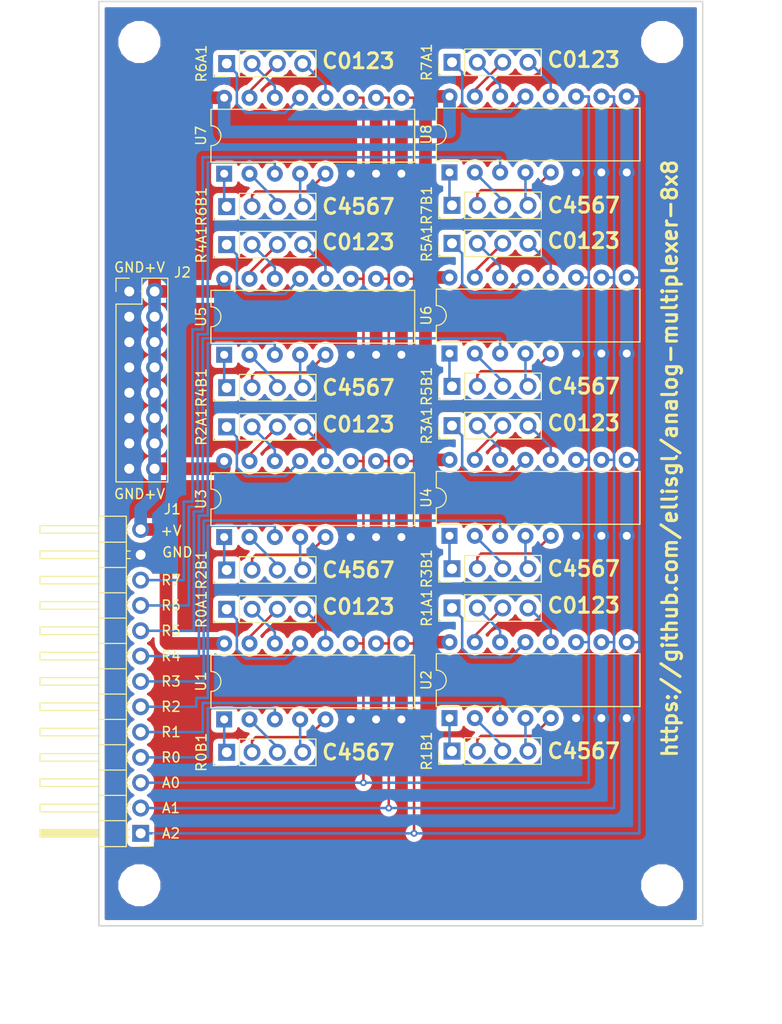
<source format=kicad_pcb>
(kicad_pcb (version 4) (host pcbnew 4.0.7)
  (layers (0 F.Cu signal) (31 B.Cu signal) (34 B.Paste user) (35 F.Paste user) (36 B.SilkS user) (37 F.SilkS user) (38 B.Mask user) (39 F.Mask user) (44 Edge.Cuts user))
  (net 0 "")
  (net 1 GND)
  (net 2 R0)
  (net 3 R1)
  (net 4 R2)
  (net 5 R3)
  (net 6 R4)
  (net 7 R5)
  (net 8 R6)
  (net 9 R7)
  (net 10 A0)
  (net 11 A1)
  (net 12 A2)
  (net 13 "Net-(R0A1-Pad1)")
  (net 14 "Net-(R0A1-Pad2)")
  (net 15 "Net-(R0A1-Pad3)")
  (net 16 "Net-(R0A1-Pad4)")
  (net 17 "Net-(R0B1-Pad1)")
  (net 18 "Net-(R0B1-Pad2)")
  (net 19 "Net-(R0B1-Pad3)")
  (net 20 "Net-(R0B1-Pad4)")
  (net 21 "Net-(R1A1-Pad1)")
  (net 22 "Net-(R1A1-Pad2)")
  (net 23 "Net-(R1A1-Pad3)")
  (net 24 "Net-(R1A1-Pad4)")
  (net 25 "Net-(R1B1-Pad1)")
  (net 26 "Net-(R1B1-Pad2)")
  (net 27 "Net-(R1B1-Pad3)")
  (net 28 "Net-(R1B1-Pad4)")
  (net 29 "Net-(R2A1-Pad1)")
  (net 30 "Net-(R2A1-Pad2)")
  (net 31 "Net-(R2A1-Pad3)")
  (net 32 "Net-(R2A1-Pad4)")
  (net 33 "Net-(R2B1-Pad1)")
  (net 34 "Net-(R2B1-Pad2)")
  (net 35 "Net-(R2B1-Pad3)")
  (net 36 "Net-(R2B1-Pad4)")
  (net 37 "Net-(R3A1-Pad1)")
  (net 38 "Net-(R3A1-Pad2)")
  (net 39 "Net-(R3A1-Pad3)")
  (net 40 "Net-(R3A1-Pad4)")
  (net 41 "Net-(R3B1-Pad1)")
  (net 42 "Net-(R3B1-Pad2)")
  (net 43 "Net-(R3B1-Pad3)")
  (net 44 "Net-(R3B1-Pad4)")
  (net 45 "Net-(R4A1-Pad1)")
  (net 46 "Net-(R4A1-Pad2)")
  (net 47 "Net-(R4A1-Pad3)")
  (net 48 "Net-(R4A1-Pad4)")
  (net 49 "Net-(R4B1-Pad1)")
  (net 50 "Net-(R4B1-Pad2)")
  (net 51 "Net-(R4B1-Pad3)")
  (net 52 "Net-(R4B1-Pad4)")
  (net 53 "Net-(R5A1-Pad1)")
  (net 54 "Net-(R5A1-Pad2)")
  (net 55 "Net-(R5A1-Pad3)")
  (net 56 "Net-(R5A1-Pad4)")
  (net 57 "Net-(R5B1-Pad1)")
  (net 58 "Net-(R5B1-Pad2)")
  (net 59 "Net-(R5B1-Pad3)")
  (net 60 "Net-(R5B1-Pad4)")
  (net 61 "Net-(R6A1-Pad1)")
  (net 62 "Net-(R6A1-Pad2)")
  (net 63 "Net-(R6A1-Pad3)")
  (net 64 "Net-(R6A1-Pad4)")
  (net 65 "Net-(R6B1-Pad1)")
  (net 66 "Net-(R6B1-Pad2)")
  (net 67 "Net-(R6B1-Pad3)")
  (net 68 "Net-(R6B1-Pad4)")
  (net 69 "Net-(R7A1-Pad1)")
  (net 70 "Net-(R7A1-Pad2)")
  (net 71 "Net-(R7A1-Pad3)")
  (net 72 "Net-(R7A1-Pad4)")
  (net 73 "Net-(R7B1-Pad1)")
  (net 74 "Net-(R7B1-Pad2)")
  (net 75 "Net-(R7B1-Pad3)")
  (net 76 "Net-(R7B1-Pad4)")
  (net 77 VCC)
  (module Pin_Headers:Pin_Header_Straight_1x04_Pitch2.54mm (layer F.Cu) (at 37.084 66.421 90)
    (fp_text reference R6B1 (at 0 -2.54 90) (layer F.SilkS))
    (fp_text value Conn_01x04)
    (pad 1 thru_hole rect (at 0 0 90) (size 1.7 1.7) (drill 1) (layers *.Cu *.Mask) (net 65 "Net-(R6B1-Pad1)"))
    (pad 2 thru_hole oval (at 0 2.54 90) (size 1.7 1.7) (drill 1) (layers *.Cu *.Mask) (net 66 "Net-(R6B1-Pad2)"))
    (pad 3 thru_hole oval (at 0 5.08 90) (size 1.7 1.7) (drill 1) (layers *.Cu *.Mask) (net 67 "Net-(R6B1-Pad3)"))
    (pad 4 thru_hole oval (at 0 7.62 90) (size 1.7 1.7) (drill 1) (layers *.Cu *.Mask) (net 68 "Net-(R6B1-Pad4)"))
  )
  (module Pin_Headers:Pin_Header_Straight_1x04_Pitch2.54mm (layer F.Cu) (at 37.084 52.07 90)
    (fp_text reference R6A1 (at 0 -2.54 90) (layer F.SilkS))
    (fp_text value Conn_01x04)
    (pad 1 thru_hole rect (at 0 0 90) (size 1.7 1.7) (drill 1) (layers *.Cu *.Mask) (net 61 "Net-(R6A1-Pad1)"))
    (pad 2 thru_hole oval (at 0 2.54 90) (size 1.7 1.7) (drill 1) (layers *.Cu *.Mask) (net 62 "Net-(R6A1-Pad2)"))
    (pad 3 thru_hole oval (at 0 5.08 90) (size 1.7 1.7) (drill 1) (layers *.Cu *.Mask) (net 63 "Net-(R6A1-Pad3)"))
    (pad 4 thru_hole oval (at 0 7.62 90) (size 1.7 1.7) (drill 1) (layers *.Cu *.Mask) (net 64 "Net-(R6A1-Pad4)"))
  )
  (module Housings_DIP:DIP-16_W7.62mm (layer F.Cu) (at 36.83 63.119 90)
    (fp_text reference U7 (at 3.81 -2.33 90) (layer F.SilkS))
    (fp_text value 4051)
    (pad 1 thru_hole rect (at 0 0 90) (size 1.6 1.6) (drill 0.8) (layers *.Cu *.Mask) (net 65 "Net-(R6B1-Pad1)"))
    (pad 9 thru_hole oval (at 7.62 17.78 90) (size 1.6 1.6) (drill 0.8) (layers *.Cu *.Mask) (net 12 A2))
    (pad 2 thru_hole oval (at 0 2.54 90) (size 1.6 1.6) (drill 0.8) (layers *.Cu *.Mask) (net 67 "Net-(R6B1-Pad3)"))
    (pad 10 thru_hole oval (at 7.62 15.24 90) (size 1.6 1.6) (drill 0.8) (layers *.Cu *.Mask) (net 11 A1))
    (pad 3 thru_hole oval (at 0 5.08 90) (size 1.6 1.6) (drill 0.8) (layers *.Cu *.Mask) (net 8 R6))
    (pad 11 thru_hole oval (at 7.62 12.7 90) (size 1.6 1.6) (drill 0.8) (layers *.Cu *.Mask) (net 10 A0))
    (pad 4 thru_hole oval (at 0 7.62 90) (size 1.6 1.6) (drill 0.8) (layers *.Cu *.Mask) (net 68 "Net-(R6B1-Pad4)"))
    (pad 12 thru_hole oval (at 7.62 10.16 90) (size 1.6 1.6) (drill 0.8) (layers *.Cu *.Mask) (net 64 "Net-(R6A1-Pad4)"))
    (pad 5 thru_hole oval (at 0 10.16 90) (size 1.6 1.6) (drill 0.8) (layers *.Cu *.Mask) (net 66 "Net-(R6B1-Pad2)"))
    (pad 13 thru_hole oval (at 7.62 7.62 90) (size 1.6 1.6) (drill 0.8) (layers *.Cu *.Mask) (net 61 "Net-(R6A1-Pad1)"))
    (pad 6 thru_hole oval (at 0 12.7 90) (size 1.6 1.6) (drill 0.8) (layers *.Cu *.Mask) (net 1 GND))
    (pad 14 thru_hole oval (at 7.62 5.08 90) (size 1.6 1.6) (drill 0.8) (layers *.Cu *.Mask) (net 62 "Net-(R6A1-Pad2)"))
    (pad 7 thru_hole oval (at 0 15.24 90) (size 1.6 1.6) (drill 0.8) (layers *.Cu *.Mask) (net 1 GND))
    (pad 15 thru_hole oval (at 7.62 2.54 90) (size 1.6 1.6) (drill 0.8) (layers *.Cu *.Mask) (net 63 "Net-(R6A1-Pad3)"))
    (pad 8 thru_hole oval (at 0 17.78 90) (size 1.6 1.6) (drill 0.8) (layers *.Cu *.Mask) (net 1 GND))
    (pad 16 thru_hole oval (at 7.62 0 90) (size 1.6 1.6) (drill 0.8) (layers *.Cu *.Mask) (net 77 VCC))
  )
  (module Housings_DIP:DIP-16_W7.62mm (layer F.Cu) (at 59.436 62.992 90)
    (fp_text reference U8 (at 3.81 -2.33 90) (layer F.SilkS))
    (fp_text value 4051)
    (pad 1 thru_hole rect (at 0 0 90) (size 1.6 1.6) (drill 0.8) (layers *.Cu *.Mask) (net 73 "Net-(R7B1-Pad1)"))
    (pad 9 thru_hole oval (at 7.62 17.78 90) (size 1.6 1.6) (drill 0.8) (layers *.Cu *.Mask) (net 12 A2))
    (pad 2 thru_hole oval (at 0 2.54 90) (size 1.6 1.6) (drill 0.8) (layers *.Cu *.Mask) (net 75 "Net-(R7B1-Pad3)"))
    (pad 10 thru_hole oval (at 7.62 15.24 90) (size 1.6 1.6) (drill 0.8) (layers *.Cu *.Mask) (net 11 A1))
    (pad 3 thru_hole oval (at 0 5.08 90) (size 1.6 1.6) (drill 0.8) (layers *.Cu *.Mask) (net 9 R7))
    (pad 11 thru_hole oval (at 7.62 12.7 90) (size 1.6 1.6) (drill 0.8) (layers *.Cu *.Mask) (net 10 A0))
    (pad 4 thru_hole oval (at 0 7.62 90) (size 1.6 1.6) (drill 0.8) (layers *.Cu *.Mask) (net 76 "Net-(R7B1-Pad4)"))
    (pad 12 thru_hole oval (at 7.62 10.16 90) (size 1.6 1.6) (drill 0.8) (layers *.Cu *.Mask) (net 72 "Net-(R7A1-Pad4)"))
    (pad 5 thru_hole oval (at 0 10.16 90) (size 1.6 1.6) (drill 0.8) (layers *.Cu *.Mask) (net 74 "Net-(R7B1-Pad2)"))
    (pad 13 thru_hole oval (at 7.62 7.62 90) (size 1.6 1.6) (drill 0.8) (layers *.Cu *.Mask) (net 69 "Net-(R7A1-Pad1)"))
    (pad 6 thru_hole oval (at 0 12.7 90) (size 1.6 1.6) (drill 0.8) (layers *.Cu *.Mask) (net 1 GND))
    (pad 14 thru_hole oval (at 7.62 5.08 90) (size 1.6 1.6) (drill 0.8) (layers *.Cu *.Mask) (net 70 "Net-(R7A1-Pad2)"))
    (pad 7 thru_hole oval (at 0 15.24 90) (size 1.6 1.6) (drill 0.8) (layers *.Cu *.Mask) (net 1 GND))
    (pad 15 thru_hole oval (at 7.62 2.54 90) (size 1.6 1.6) (drill 0.8) (layers *.Cu *.Mask) (net 71 "Net-(R7A1-Pad3)"))
    (pad 8 thru_hole oval (at 0 17.78 90) (size 1.6 1.6) (drill 0.8) (layers *.Cu *.Mask) (net 1 GND))
    (pad 16 thru_hole oval (at 7.62 0 90) (size 1.6 1.6) (drill 0.8) (layers *.Cu *.Mask) (net 77 VCC))
  )
  (module Pin_Headers:Pin_Header_Straight_1x04_Pitch2.54mm (layer F.Cu) (at 59.69 51.943 90)
    (fp_text reference R7A1 (at 0 -2.54 90) (layer F.SilkS))
    (fp_text value Conn_01x04)
    (pad 1 thru_hole rect (at 0 0 90) (size 1.7 1.7) (drill 1) (layers *.Cu *.Mask) (net 69 "Net-(R7A1-Pad1)"))
    (pad 2 thru_hole oval (at 0 2.54 90) (size 1.7 1.7) (drill 1) (layers *.Cu *.Mask) (net 70 "Net-(R7A1-Pad2)"))
    (pad 3 thru_hole oval (at 0 5.08 90) (size 1.7 1.7) (drill 1) (layers *.Cu *.Mask) (net 71 "Net-(R7A1-Pad3)"))
    (pad 4 thru_hole oval (at 0 7.62 90) (size 1.7 1.7) (drill 1) (layers *.Cu *.Mask) (net 72 "Net-(R7A1-Pad4)"))
  )
  (module Pin_Headers:Pin_Header_Straight_1x04_Pitch2.54mm (layer F.Cu) (at 59.69 66.294 90)
    (fp_text reference R7B1 (at 0 -2.54 90) (layer F.SilkS))
    (fp_text value Conn_01x04)
    (pad 1 thru_hole rect (at 0 0 90) (size 1.7 1.7) (drill 1) (layers *.Cu *.Mask) (net 73 "Net-(R7B1-Pad1)"))
    (pad 2 thru_hole oval (at 0 2.54 90) (size 1.7 1.7) (drill 1) (layers *.Cu *.Mask) (net 74 "Net-(R7B1-Pad2)"))
    (pad 3 thru_hole oval (at 0 5.08 90) (size 1.7 1.7) (drill 1) (layers *.Cu *.Mask) (net 75 "Net-(R7B1-Pad3)"))
    (pad 4 thru_hole oval (at 0 7.62 90) (size 1.7 1.7) (drill 1) (layers *.Cu *.Mask) (net 76 "Net-(R7B1-Pad4)"))
  )
  (module Pin_Headers:Pin_Header_Straight_1x04_Pitch2.54mm (layer F.Cu) (at 37.084 84.582 90)
    (fp_text reference R4B1 (at 0 -2.54 90) (layer F.SilkS))
    (fp_text value Conn_01x04)
    (pad 1 thru_hole rect (at 0 0 90) (size 1.7 1.7) (drill 1) (layers *.Cu *.Mask) (net 49 "Net-(R4B1-Pad1)"))
    (pad 2 thru_hole oval (at 0 2.54 90) (size 1.7 1.7) (drill 1) (layers *.Cu *.Mask) (net 50 "Net-(R4B1-Pad2)"))
    (pad 3 thru_hole oval (at 0 5.08 90) (size 1.7 1.7) (drill 1) (layers *.Cu *.Mask) (net 51 "Net-(R4B1-Pad3)"))
    (pad 4 thru_hole oval (at 0 7.62 90) (size 1.7 1.7) (drill 1) (layers *.Cu *.Mask) (net 52 "Net-(R4B1-Pad4)"))
  )
  (module Pin_Headers:Pin_Header_Straight_1x04_Pitch2.54mm (layer F.Cu) (at 37.084 70.231 90)
    (fp_text reference R4A1 (at 0 -2.54 90) (layer F.SilkS))
    (fp_text value Conn_01x04)
    (pad 1 thru_hole rect (at 0 0 90) (size 1.7 1.7) (drill 1) (layers *.Cu *.Mask) (net 45 "Net-(R4A1-Pad1)"))
    (pad 2 thru_hole oval (at 0 2.54 90) (size 1.7 1.7) (drill 1) (layers *.Cu *.Mask) (net 46 "Net-(R4A1-Pad2)"))
    (pad 3 thru_hole oval (at 0 5.08 90) (size 1.7 1.7) (drill 1) (layers *.Cu *.Mask) (net 47 "Net-(R4A1-Pad3)"))
    (pad 4 thru_hole oval (at 0 7.62 90) (size 1.7 1.7) (drill 1) (layers *.Cu *.Mask) (net 48 "Net-(R4A1-Pad4)"))
  )
  (module Housings_DIP:DIP-16_W7.62mm (layer F.Cu) (at 36.83 81.28 90)
    (fp_text reference U5 (at 3.81 -2.33 90) (layer F.SilkS))
    (fp_text value 4051)
    (pad 1 thru_hole rect (at 0 0 90) (size 1.6 1.6) (drill 0.8) (layers *.Cu *.Mask) (net 49 "Net-(R4B1-Pad1)"))
    (pad 9 thru_hole oval (at 7.62 17.78 90) (size 1.6 1.6) (drill 0.8) (layers *.Cu *.Mask) (net 12 A2))
    (pad 2 thru_hole oval (at 0 2.54 90) (size 1.6 1.6) (drill 0.8) (layers *.Cu *.Mask) (net 51 "Net-(R4B1-Pad3)"))
    (pad 10 thru_hole oval (at 7.62 15.24 90) (size 1.6 1.6) (drill 0.8) (layers *.Cu *.Mask) (net 11 A1))
    (pad 3 thru_hole oval (at 0 5.08 90) (size 1.6 1.6) (drill 0.8) (layers *.Cu *.Mask) (net 6 R4))
    (pad 11 thru_hole oval (at 7.62 12.7 90) (size 1.6 1.6) (drill 0.8) (layers *.Cu *.Mask) (net 10 A0))
    (pad 4 thru_hole oval (at 0 7.62 90) (size 1.6 1.6) (drill 0.8) (layers *.Cu *.Mask) (net 52 "Net-(R4B1-Pad4)"))
    (pad 12 thru_hole oval (at 7.62 10.16 90) (size 1.6 1.6) (drill 0.8) (layers *.Cu *.Mask) (net 48 "Net-(R4A1-Pad4)"))
    (pad 5 thru_hole oval (at 0 10.16 90) (size 1.6 1.6) (drill 0.8) (layers *.Cu *.Mask) (net 50 "Net-(R4B1-Pad2)"))
    (pad 13 thru_hole oval (at 7.62 7.62 90) (size 1.6 1.6) (drill 0.8) (layers *.Cu *.Mask) (net 45 "Net-(R4A1-Pad1)"))
    (pad 6 thru_hole oval (at 0 12.7 90) (size 1.6 1.6) (drill 0.8) (layers *.Cu *.Mask) (net 1 GND))
    (pad 14 thru_hole oval (at 7.62 5.08 90) (size 1.6 1.6) (drill 0.8) (layers *.Cu *.Mask) (net 46 "Net-(R4A1-Pad2)"))
    (pad 7 thru_hole oval (at 0 15.24 90) (size 1.6 1.6) (drill 0.8) (layers *.Cu *.Mask) (net 1 GND))
    (pad 15 thru_hole oval (at 7.62 2.54 90) (size 1.6 1.6) (drill 0.8) (layers *.Cu *.Mask) (net 47 "Net-(R4A1-Pad3)"))
    (pad 8 thru_hole oval (at 0 17.78 90) (size 1.6 1.6) (drill 0.8) (layers *.Cu *.Mask) (net 1 GND))
    (pad 16 thru_hole oval (at 7.62 0 90) (size 1.6 1.6) (drill 0.8) (layers *.Cu *.Mask) (net 77 VCC))
  )
  (module Housings_DIP:DIP-16_W7.62mm (layer F.Cu) (at 59.436 81.153 90)
    (fp_text reference U6 (at 3.81 -2.33 90) (layer F.SilkS))
    (fp_text value 4051)
    (pad 1 thru_hole rect (at 0 0 90) (size 1.6 1.6) (drill 0.8) (layers *.Cu *.Mask) (net 57 "Net-(R5B1-Pad1)"))
    (pad 9 thru_hole oval (at 7.62 17.78 90) (size 1.6 1.6) (drill 0.8) (layers *.Cu *.Mask) (net 12 A2))
    (pad 2 thru_hole oval (at 0 2.54 90) (size 1.6 1.6) (drill 0.8) (layers *.Cu *.Mask) (net 59 "Net-(R5B1-Pad3)"))
    (pad 10 thru_hole oval (at 7.62 15.24 90) (size 1.6 1.6) (drill 0.8) (layers *.Cu *.Mask) (net 11 A1))
    (pad 3 thru_hole oval (at 0 5.08 90) (size 1.6 1.6) (drill 0.8) (layers *.Cu *.Mask) (net 7 R5))
    (pad 11 thru_hole oval (at 7.62 12.7 90) (size 1.6 1.6) (drill 0.8) (layers *.Cu *.Mask) (net 10 A0))
    (pad 4 thru_hole oval (at 0 7.62 90) (size 1.6 1.6) (drill 0.8) (layers *.Cu *.Mask) (net 60 "Net-(R5B1-Pad4)"))
    (pad 12 thru_hole oval (at 7.62 10.16 90) (size 1.6 1.6) (drill 0.8) (layers *.Cu *.Mask) (net 56 "Net-(R5A1-Pad4)"))
    (pad 5 thru_hole oval (at 0 10.16 90) (size 1.6 1.6) (drill 0.8) (layers *.Cu *.Mask) (net 58 "Net-(R5B1-Pad2)"))
    (pad 13 thru_hole oval (at 7.62 7.62 90) (size 1.6 1.6) (drill 0.8) (layers *.Cu *.Mask) (net 53 "Net-(R5A1-Pad1)"))
    (pad 6 thru_hole oval (at 0 12.7 90) (size 1.6 1.6) (drill 0.8) (layers *.Cu *.Mask) (net 1 GND))
    (pad 14 thru_hole oval (at 7.62 5.08 90) (size 1.6 1.6) (drill 0.8) (layers *.Cu *.Mask) (net 54 "Net-(R5A1-Pad2)"))
    (pad 7 thru_hole oval (at 0 15.24 90) (size 1.6 1.6) (drill 0.8) (layers *.Cu *.Mask) (net 1 GND))
    (pad 15 thru_hole oval (at 7.62 2.54 90) (size 1.6 1.6) (drill 0.8) (layers *.Cu *.Mask) (net 55 "Net-(R5A1-Pad3)"))
    (pad 8 thru_hole oval (at 0 17.78 90) (size 1.6 1.6) (drill 0.8) (layers *.Cu *.Mask) (net 1 GND))
    (pad 16 thru_hole oval (at 7.62 0 90) (size 1.6 1.6) (drill 0.8) (layers *.Cu *.Mask) (net 77 VCC))
  )
  (module Pin_Headers:Pin_Header_Straight_1x04_Pitch2.54mm (layer F.Cu) (at 59.69 70.104 90)
    (fp_text reference R5A1 (at 0 -2.54 90) (layer F.SilkS))
    (fp_text value Conn_01x04)
    (pad 1 thru_hole rect (at 0 0 90) (size 1.7 1.7) (drill 1) (layers *.Cu *.Mask) (net 53 "Net-(R5A1-Pad1)"))
    (pad 2 thru_hole oval (at 0 2.54 90) (size 1.7 1.7) (drill 1) (layers *.Cu *.Mask) (net 54 "Net-(R5A1-Pad2)"))
    (pad 3 thru_hole oval (at 0 5.08 90) (size 1.7 1.7) (drill 1) (layers *.Cu *.Mask) (net 55 "Net-(R5A1-Pad3)"))
    (pad 4 thru_hole oval (at 0 7.62 90) (size 1.7 1.7) (drill 1) (layers *.Cu *.Mask) (net 56 "Net-(R5A1-Pad4)"))
  )
  (module Pin_Headers:Pin_Header_Straight_1x04_Pitch2.54mm (layer F.Cu) (at 59.69 84.455 90)
    (fp_text reference R5B1 (at 0 -2.54 90) (layer F.SilkS))
    (fp_text value Conn_01x04)
    (pad 1 thru_hole rect (at 0 0 90) (size 1.7 1.7) (drill 1) (layers *.Cu *.Mask) (net 57 "Net-(R5B1-Pad1)"))
    (pad 2 thru_hole oval (at 0 2.54 90) (size 1.7 1.7) (drill 1) (layers *.Cu *.Mask) (net 58 "Net-(R5B1-Pad2)"))
    (pad 3 thru_hole oval (at 0 5.08 90) (size 1.7 1.7) (drill 1) (layers *.Cu *.Mask) (net 59 "Net-(R5B1-Pad3)"))
    (pad 4 thru_hole oval (at 0 7.62 90) (size 1.7 1.7) (drill 1) (layers *.Cu *.Mask) (net 60 "Net-(R5B1-Pad4)"))
  )
  (module Pin_Headers:Pin_Header_Straight_1x04_Pitch2.54mm (layer F.Cu) (at 37.084 102.87 90)
    (fp_text reference R2B1 (at 0 -2.54 90) (layer F.SilkS))
    (fp_text value Conn_01x04)
    (pad 1 thru_hole rect (at 0 0 90) (size 1.7 1.7) (drill 1) (layers *.Cu *.Mask) (net 33 "Net-(R2B1-Pad1)"))
    (pad 2 thru_hole oval (at 0 2.54 90) (size 1.7 1.7) (drill 1) (layers *.Cu *.Mask) (net 34 "Net-(R2B1-Pad2)"))
    (pad 3 thru_hole oval (at 0 5.08 90) (size 1.7 1.7) (drill 1) (layers *.Cu *.Mask) (net 35 "Net-(R2B1-Pad3)"))
    (pad 4 thru_hole oval (at 0 7.62 90) (size 1.7 1.7) (drill 1) (layers *.Cu *.Mask) (net 36 "Net-(R2B1-Pad4)"))
  )
  (module Pin_Headers:Pin_Header_Straight_1x04_Pitch2.54mm (layer F.Cu) (at 37.084 88.519 90)
    (fp_text reference R2A1 (at 0 -2.54 90) (layer F.SilkS))
    (fp_text value Conn_01x04)
    (pad 1 thru_hole rect (at 0 0 90) (size 1.7 1.7) (drill 1) (layers *.Cu *.Mask) (net 29 "Net-(R2A1-Pad1)"))
    (pad 2 thru_hole oval (at 0 2.54 90) (size 1.7 1.7) (drill 1) (layers *.Cu *.Mask) (net 30 "Net-(R2A1-Pad2)"))
    (pad 3 thru_hole oval (at 0 5.08 90) (size 1.7 1.7) (drill 1) (layers *.Cu *.Mask) (net 31 "Net-(R2A1-Pad3)"))
    (pad 4 thru_hole oval (at 0 7.62 90) (size 1.7 1.7) (drill 1) (layers *.Cu *.Mask) (net 32 "Net-(R2A1-Pad4)"))
  )
  (module Housings_DIP:DIP-16_W7.62mm (layer F.Cu) (at 36.83 99.568 90)
    (fp_text reference U3 (at 3.81 -2.33 90) (layer F.SilkS))
    (fp_text value 4051)
    (pad 1 thru_hole rect (at 0 0 90) (size 1.6 1.6) (drill 0.8) (layers *.Cu *.Mask) (net 33 "Net-(R2B1-Pad1)"))
    (pad 9 thru_hole oval (at 7.62 17.78 90) (size 1.6 1.6) (drill 0.8) (layers *.Cu *.Mask) (net 12 A2))
    (pad 2 thru_hole oval (at 0 2.54 90) (size 1.6 1.6) (drill 0.8) (layers *.Cu *.Mask) (net 35 "Net-(R2B1-Pad3)"))
    (pad 10 thru_hole oval (at 7.62 15.24 90) (size 1.6 1.6) (drill 0.8) (layers *.Cu *.Mask) (net 11 A1))
    (pad 3 thru_hole oval (at 0 5.08 90) (size 1.6 1.6) (drill 0.8) (layers *.Cu *.Mask) (net 4 R2))
    (pad 11 thru_hole oval (at 7.62 12.7 90) (size 1.6 1.6) (drill 0.8) (layers *.Cu *.Mask) (net 10 A0))
    (pad 4 thru_hole oval (at 0 7.62 90) (size 1.6 1.6) (drill 0.8) (layers *.Cu *.Mask) (net 36 "Net-(R2B1-Pad4)"))
    (pad 12 thru_hole oval (at 7.62 10.16 90) (size 1.6 1.6) (drill 0.8) (layers *.Cu *.Mask) (net 32 "Net-(R2A1-Pad4)"))
    (pad 5 thru_hole oval (at 0 10.16 90) (size 1.6 1.6) (drill 0.8) (layers *.Cu *.Mask) (net 34 "Net-(R2B1-Pad2)"))
    (pad 13 thru_hole oval (at 7.62 7.62 90) (size 1.6 1.6) (drill 0.8) (layers *.Cu *.Mask) (net 29 "Net-(R2A1-Pad1)"))
    (pad 6 thru_hole oval (at 0 12.7 90) (size 1.6 1.6) (drill 0.8) (layers *.Cu *.Mask) (net 1 GND))
    (pad 14 thru_hole oval (at 7.62 5.08 90) (size 1.6 1.6) (drill 0.8) (layers *.Cu *.Mask) (net 30 "Net-(R2A1-Pad2)"))
    (pad 7 thru_hole oval (at 0 15.24 90) (size 1.6 1.6) (drill 0.8) (layers *.Cu *.Mask) (net 1 GND))
    (pad 15 thru_hole oval (at 7.62 2.54 90) (size 1.6 1.6) (drill 0.8) (layers *.Cu *.Mask) (net 31 "Net-(R2A1-Pad3)"))
    (pad 8 thru_hole oval (at 0 17.78 90) (size 1.6 1.6) (drill 0.8) (layers *.Cu *.Mask) (net 1 GND))
    (pad 16 thru_hole oval (at 7.62 0 90) (size 1.6 1.6) (drill 0.8) (layers *.Cu *.Mask) (net 77 VCC))
  )
  (module Housings_DIP:DIP-16_W7.62mm (layer F.Cu) (at 59.436 99.441 90)
    (fp_text reference U4 (at 3.81 -2.33 90) (layer F.SilkS))
    (fp_text value 4051)
    (pad 1 thru_hole rect (at 0 0 90) (size 1.6 1.6) (drill 0.8) (layers *.Cu *.Mask) (net 41 "Net-(R3B1-Pad1)"))
    (pad 9 thru_hole oval (at 7.62 17.78 90) (size 1.6 1.6) (drill 0.8) (layers *.Cu *.Mask) (net 12 A2))
    (pad 2 thru_hole oval (at 0 2.54 90) (size 1.6 1.6) (drill 0.8) (layers *.Cu *.Mask) (net 43 "Net-(R3B1-Pad3)"))
    (pad 10 thru_hole oval (at 7.62 15.24 90) (size 1.6 1.6) (drill 0.8) (layers *.Cu *.Mask) (net 11 A1))
    (pad 3 thru_hole oval (at 0 5.08 90) (size 1.6 1.6) (drill 0.8) (layers *.Cu *.Mask) (net 5 R3))
    (pad 11 thru_hole oval (at 7.62 12.7 90) (size 1.6 1.6) (drill 0.8) (layers *.Cu *.Mask) (net 10 A0))
    (pad 4 thru_hole oval (at 0 7.62 90) (size 1.6 1.6) (drill 0.8) (layers *.Cu *.Mask) (net 44 "Net-(R3B1-Pad4)"))
    (pad 12 thru_hole oval (at 7.62 10.16 90) (size 1.6 1.6) (drill 0.8) (layers *.Cu *.Mask) (net 40 "Net-(R3A1-Pad4)"))
    (pad 5 thru_hole oval (at 0 10.16 90) (size 1.6 1.6) (drill 0.8) (layers *.Cu *.Mask) (net 42 "Net-(R3B1-Pad2)"))
    (pad 13 thru_hole oval (at 7.62 7.62 90) (size 1.6 1.6) (drill 0.8) (layers *.Cu *.Mask) (net 37 "Net-(R3A1-Pad1)"))
    (pad 6 thru_hole oval (at 0 12.7 90) (size 1.6 1.6) (drill 0.8) (layers *.Cu *.Mask) (net 1 GND))
    (pad 14 thru_hole oval (at 7.62 5.08 90) (size 1.6 1.6) (drill 0.8) (layers *.Cu *.Mask) (net 38 "Net-(R3A1-Pad2)"))
    (pad 7 thru_hole oval (at 0 15.24 90) (size 1.6 1.6) (drill 0.8) (layers *.Cu *.Mask) (net 1 GND))
    (pad 15 thru_hole oval (at 7.62 2.54 90) (size 1.6 1.6) (drill 0.8) (layers *.Cu *.Mask) (net 39 "Net-(R3A1-Pad3)"))
    (pad 8 thru_hole oval (at 0 17.78 90) (size 1.6 1.6) (drill 0.8) (layers *.Cu *.Mask) (net 1 GND))
    (pad 16 thru_hole oval (at 7.62 0 90) (size 1.6 1.6) (drill 0.8) (layers *.Cu *.Mask) (net 77 VCC))
  )
  (module Pin_Headers:Pin_Header_Straight_1x04_Pitch2.54mm (layer F.Cu) (at 59.69 88.392 90)
    (fp_text reference R3A1 (at 0 -2.54 90) (layer F.SilkS))
    (fp_text value Conn_01x04)
    (pad 1 thru_hole rect (at 0 0 90) (size 1.7 1.7) (drill 1) (layers *.Cu *.Mask) (net 37 "Net-(R3A1-Pad1)"))
    (pad 2 thru_hole oval (at 0 2.54 90) (size 1.7 1.7) (drill 1) (layers *.Cu *.Mask) (net 38 "Net-(R3A1-Pad2)"))
    (pad 3 thru_hole oval (at 0 5.08 90) (size 1.7 1.7) (drill 1) (layers *.Cu *.Mask) (net 39 "Net-(R3A1-Pad3)"))
    (pad 4 thru_hole oval (at 0 7.62 90) (size 1.7 1.7) (drill 1) (layers *.Cu *.Mask) (net 40 "Net-(R3A1-Pad4)"))
  )
  (module Pin_Headers:Pin_Header_Straight_1x04_Pitch2.54mm (layer F.Cu) (at 59.69 102.743 90)
    (fp_text reference R3B1 (at 0 -2.54 90) (layer F.SilkS))
    (fp_text value Conn_01x04)
    (pad 1 thru_hole rect (at 0 0 90) (size 1.7 1.7) (drill 1) (layers *.Cu *.Mask) (net 41 "Net-(R3B1-Pad1)"))
    (pad 2 thru_hole oval (at 0 2.54 90) (size 1.7 1.7) (drill 1) (layers *.Cu *.Mask) (net 42 "Net-(R3B1-Pad2)"))
    (pad 3 thru_hole oval (at 0 5.08 90) (size 1.7 1.7) (drill 1) (layers *.Cu *.Mask) (net 43 "Net-(R3B1-Pad3)"))
    (pad 4 thru_hole oval (at 0 7.62 90) (size 1.7 1.7) (drill 1) (layers *.Cu *.Mask) (net 44 "Net-(R3B1-Pad4)"))
  )
  (module Pin_Headers:Pin_Header_Straight_1x04_Pitch2.54mm (layer F.Cu) (at 59.69 121.031 90)
    (fp_text reference R1B1 (at 0 -2.54 90) (layer F.SilkS))
    (fp_text value Conn_01x04)
    (pad 1 thru_hole rect (at 0 0 90) (size 1.7 1.7) (drill 1) (layers *.Cu *.Mask) (net 25 "Net-(R1B1-Pad1)"))
    (pad 2 thru_hole oval (at 0 2.54 90) (size 1.7 1.7) (drill 1) (layers *.Cu *.Mask) (net 26 "Net-(R1B1-Pad2)"))
    (pad 3 thru_hole oval (at 0 5.08 90) (size 1.7 1.7) (drill 1) (layers *.Cu *.Mask) (net 27 "Net-(R1B1-Pad3)"))
    (pad 4 thru_hole oval (at 0 7.62 90) (size 1.7 1.7) (drill 1) (layers *.Cu *.Mask) (net 28 "Net-(R1B1-Pad4)"))
  )
  (module Pin_Headers:Pin_Header_Straight_1x04_Pitch2.54mm (layer F.Cu) (at 59.69 106.68 90)
    (fp_text reference R1A1 (at 0 -2.54 90) (layer F.SilkS))
    (fp_text value Conn_01x04)
    (pad 1 thru_hole rect (at 0 0 90) (size 1.7 1.7) (drill 1) (layers *.Cu *.Mask) (net 21 "Net-(R1A1-Pad1)"))
    (pad 2 thru_hole oval (at 0 2.54 90) (size 1.7 1.7) (drill 1) (layers *.Cu *.Mask) (net 22 "Net-(R1A1-Pad2)"))
    (pad 3 thru_hole oval (at 0 5.08 90) (size 1.7 1.7) (drill 1) (layers *.Cu *.Mask) (net 23 "Net-(R1A1-Pad3)"))
    (pad 4 thru_hole oval (at 0 7.62 90) (size 1.7 1.7) (drill 1) (layers *.Cu *.Mask) (net 24 "Net-(R1A1-Pad4)"))
  )
  (module Housings_DIP:DIP-16_W7.62mm (layer F.Cu) (at 59.436 117.729 90)
    (fp_text reference U2 (at 3.81 -2.33 90) (layer F.SilkS))
    (fp_text value 4051)
    (pad 1 thru_hole rect (at 0 0 90) (size 1.6 1.6) (drill 0.8) (layers *.Cu *.Mask) (net 25 "Net-(R1B1-Pad1)"))
    (pad 9 thru_hole oval (at 7.62 17.78 90) (size 1.6 1.6) (drill 0.8) (layers *.Cu *.Mask) (net 12 A2))
    (pad 2 thru_hole oval (at 0 2.54 90) (size 1.6 1.6) (drill 0.8) (layers *.Cu *.Mask) (net 27 "Net-(R1B1-Pad3)"))
    (pad 10 thru_hole oval (at 7.62 15.24 90) (size 1.6 1.6) (drill 0.8) (layers *.Cu *.Mask) (net 11 A1))
    (pad 3 thru_hole oval (at 0 5.08 90) (size 1.6 1.6) (drill 0.8) (layers *.Cu *.Mask) (net 3 R1))
    (pad 11 thru_hole oval (at 7.62 12.7 90) (size 1.6 1.6) (drill 0.8) (layers *.Cu *.Mask) (net 10 A0))
    (pad 4 thru_hole oval (at 0 7.62 90) (size 1.6 1.6) (drill 0.8) (layers *.Cu *.Mask) (net 28 "Net-(R1B1-Pad4)"))
    (pad 12 thru_hole oval (at 7.62 10.16 90) (size 1.6 1.6) (drill 0.8) (layers *.Cu *.Mask) (net 24 "Net-(R1A1-Pad4)"))
    (pad 5 thru_hole oval (at 0 10.16 90) (size 1.6 1.6) (drill 0.8) (layers *.Cu *.Mask) (net 26 "Net-(R1B1-Pad2)"))
    (pad 13 thru_hole oval (at 7.62 7.62 90) (size 1.6 1.6) (drill 0.8) (layers *.Cu *.Mask) (net 21 "Net-(R1A1-Pad1)"))
    (pad 6 thru_hole oval (at 0 12.7 90) (size 1.6 1.6) (drill 0.8) (layers *.Cu *.Mask) (net 1 GND))
    (pad 14 thru_hole oval (at 7.62 5.08 90) (size 1.6 1.6) (drill 0.8) (layers *.Cu *.Mask) (net 22 "Net-(R1A1-Pad2)"))
    (pad 7 thru_hole oval (at 0 15.24 90) (size 1.6 1.6) (drill 0.8) (layers *.Cu *.Mask) (net 1 GND))
    (pad 15 thru_hole oval (at 7.62 2.54 90) (size 1.6 1.6) (drill 0.8) (layers *.Cu *.Mask) (net 23 "Net-(R1A1-Pad3)"))
    (pad 8 thru_hole oval (at 0 17.78 90) (size 1.6 1.6) (drill 0.8) (layers *.Cu *.Mask) (net 1 GND))
    (pad 16 thru_hole oval (at 7.62 0 90) (size 1.6 1.6) (drill 0.8) (layers *.Cu *.Mask) (net 77 VCC))
  )
  (module Housings_DIP:DIP-16_W7.62mm (layer F.Cu) (at 36.83 117.856 90)
    (fp_text reference U1 (at 3.81 -2.33 90) (layer F.SilkS))
    (fp_text value 4051)
    (pad 1 thru_hole rect (at 0 0 90) (size 1.6 1.6) (drill 0.8) (layers *.Cu *.Mask) (net 17 "Net-(R0B1-Pad1)"))
    (pad 9 thru_hole oval (at 7.62 17.78 90) (size 1.6 1.6) (drill 0.8) (layers *.Cu *.Mask) (net 12 A2))
    (pad 2 thru_hole oval (at 0 2.54 90) (size 1.6 1.6) (drill 0.8) (layers *.Cu *.Mask) (net 19 "Net-(R0B1-Pad3)"))
    (pad 10 thru_hole oval (at 7.62 15.24 90) (size 1.6 1.6) (drill 0.8) (layers *.Cu *.Mask) (net 11 A1))
    (pad 3 thru_hole oval (at 0 5.08 90) (size 1.6 1.6) (drill 0.8) (layers *.Cu *.Mask) (net 2 R0))
    (pad 11 thru_hole oval (at 7.62 12.7 90) (size 1.6 1.6) (drill 0.8) (layers *.Cu *.Mask) (net 10 A0))
    (pad 4 thru_hole oval (at 0 7.62 90) (size 1.6 1.6) (drill 0.8) (layers *.Cu *.Mask) (net 20 "Net-(R0B1-Pad4)"))
    (pad 12 thru_hole oval (at 7.62 10.16 90) (size 1.6 1.6) (drill 0.8) (layers *.Cu *.Mask) (net 16 "Net-(R0A1-Pad4)"))
    (pad 5 thru_hole oval (at 0 10.16 90) (size 1.6 1.6) (drill 0.8) (layers *.Cu *.Mask) (net 18 "Net-(R0B1-Pad2)"))
    (pad 13 thru_hole oval (at 7.62 7.62 90) (size 1.6 1.6) (drill 0.8) (layers *.Cu *.Mask) (net 13 "Net-(R0A1-Pad1)"))
    (pad 6 thru_hole oval (at 0 12.7 90) (size 1.6 1.6) (drill 0.8) (layers *.Cu *.Mask) (net 1 GND))
    (pad 14 thru_hole oval (at 7.62 5.08 90) (size 1.6 1.6) (drill 0.8) (layers *.Cu *.Mask) (net 14 "Net-(R0A1-Pad2)"))
    (pad 7 thru_hole oval (at 0 15.24 90) (size 1.6 1.6) (drill 0.8) (layers *.Cu *.Mask) (net 1 GND))
    (pad 15 thru_hole oval (at 7.62 2.54 90) (size 1.6 1.6) (drill 0.8) (layers *.Cu *.Mask) (net 15 "Net-(R0A1-Pad3)"))
    (pad 8 thru_hole oval (at 0 17.78 90) (size 1.6 1.6) (drill 0.8) (layers *.Cu *.Mask) (net 1 GND))
    (pad 16 thru_hole oval (at 7.62 0 90) (size 1.6 1.6) (drill 0.8) (layers *.Cu *.Mask) (net 77 VCC))
  )
  (module Pin_Headers:Pin_Header_Angled_1x13_Pitch2.54mm (layer F.Cu) (at 28.448 129.286 180)
    (fp_text reference J1 (at -3.175 32.512 180) (layer F.SilkS))
    (fp_text value Conn_01x13)
    (pad 1 thru_hole rect (at 0 0 180) (size 1.7 1.7) (drill 1) (layers *.Cu *.Mask) (net 12 A2))
    (pad 2 thru_hole oval (at 0 2.54 180) (size 1.7 1.7) (drill 1) (layers *.Cu *.Mask) (net 11 A1))
    (pad 3 thru_hole oval (at 0 5.08 180) (size 1.7 1.7) (drill 1) (layers *.Cu *.Mask) (net 10 A0))
    (pad 4 thru_hole oval (at 0 7.62 180) (size 1.7 1.7) (drill 1) (layers *.Cu *.Mask) (net 2 R0))
    (pad 5 thru_hole oval (at 0 10.16 180) (size 1.7 1.7) (drill 1) (layers *.Cu *.Mask) (net 3 R1))
    (pad 6 thru_hole oval (at 0 12.7 180) (size 1.7 1.7) (drill 1) (layers *.Cu *.Mask) (net 4 R2))
    (pad 7 thru_hole oval (at 0 15.24 180) (size 1.7 1.7) (drill 1) (layers *.Cu *.Mask) (net 5 R3))
    (pad 8 thru_hole oval (at 0 17.78 180) (size 1.7 1.7) (drill 1) (layers *.Cu *.Mask) (net 6 R4))
    (pad 9 thru_hole oval (at 0 20.32 180) (size 1.7 1.7) (drill 1) (layers *.Cu *.Mask) (net 7 R5))
    (pad 10 thru_hole oval (at 0 22.86 180) (size 1.7 1.7) (drill 1) (layers *.Cu *.Mask) (net 8 R6))
    (pad 11 thru_hole oval (at 0 25.4 180) (size 1.7 1.7) (drill 1) (layers *.Cu *.Mask) (net 9 R7))
    (pad 12 thru_hole oval (at 0 27.94 180) (size 1.7 1.7) (drill 1) (layers *.Cu *.Mask) (net 1 GND))
    (pad 13 thru_hole oval (at 0 30.48 180) (size 1.7 1.7) (drill 1) (layers *.Cu *.Mask) (net 77 VCC))
  )
  (module Pin_Headers:Pin_Header_Straight_1x04_Pitch2.54mm (layer F.Cu) (at 37.084 106.807 90)
    (fp_text reference R0A1 (at 0 -2.54 90) (layer F.SilkS))
    (fp_text value Conn_01x04)
    (pad 1 thru_hole rect (at 0 0 90) (size 1.7 1.7) (drill 1) (layers *.Cu *.Mask) (net 13 "Net-(R0A1-Pad1)"))
    (pad 2 thru_hole oval (at 0 2.54 90) (size 1.7 1.7) (drill 1) (layers *.Cu *.Mask) (net 14 "Net-(R0A1-Pad2)"))
    (pad 3 thru_hole oval (at 0 5.08 90) (size 1.7 1.7) (drill 1) (layers *.Cu *.Mask) (net 15 "Net-(R0A1-Pad3)"))
    (pad 4 thru_hole oval (at 0 7.62 90) (size 1.7 1.7) (drill 1) (layers *.Cu *.Mask) (net 16 "Net-(R0A1-Pad4)"))
  )
  (module Pin_Headers:Pin_Header_Straight_1x04_Pitch2.54mm (layer F.Cu) (at 37.084 121.158 90)
    (fp_text reference R0B1 (at 0 -2.54 90) (layer F.SilkS))
    (fp_text value Conn_01x04)
    (pad 1 thru_hole rect (at 0 0 90) (size 1.7 1.7) (drill 1) (layers *.Cu *.Mask) (net 17 "Net-(R0B1-Pad1)"))
    (pad 2 thru_hole oval (at 0 2.54 90) (size 1.7 1.7) (drill 1) (layers *.Cu *.Mask) (net 18 "Net-(R0B1-Pad2)"))
    (pad 3 thru_hole oval (at 0 5.08 90) (size 1.7 1.7) (drill 1) (layers *.Cu *.Mask) (net 19 "Net-(R0B1-Pad3)"))
    (pad 4 thru_hole oval (at 0 7.62 90) (size 1.7 1.7) (drill 1) (layers *.Cu *.Mask) (net 20 "Net-(R0B1-Pad4)"))
  )
  (module Pin_Headers:Pin_Header_Straight_2x08_Pitch2.54mm (layer F.Cu) (at 27.305 74.93)
    (fp_text reference J2 (at 5.334 -1.905) (layer F.SilkS))
    (fp_text value Conn_02x08_Odd_Even)
    (pad 1 thru_hole rect (at 0 0) (size 1.7 1.7) (drill 1) (layers *.Cu *.Mask) (net 1 GND))
    (pad 2 thru_hole oval (at 2.54 0) (size 1.7 1.7) (drill 1) (layers *.Cu *.Mask) (net 77 VCC))
    (pad 3 thru_hole oval (at 0 2.54) (size 1.7 1.7) (drill 1) (layers *.Cu *.Mask) (net 1 GND))
    (pad 4 thru_hole oval (at 2.54 2.54) (size 1.7 1.7) (drill 1) (layers *.Cu *.Mask) (net 77 VCC))
    (pad 5 thru_hole oval (at 0 5.08) (size 1.7 1.7) (drill 1) (layers *.Cu *.Mask) (net 1 GND))
    (pad 6 thru_hole oval (at 2.54 5.08) (size 1.7 1.7) (drill 1) (layers *.Cu *.Mask) (net 77 VCC))
    (pad 7 thru_hole oval (at 0 7.62) (size 1.7 1.7) (drill 1) (layers *.Cu *.Mask) (net 1 GND))
    (pad 8 thru_hole oval (at 2.54 7.62) (size 1.7 1.7) (drill 1) (layers *.Cu *.Mask) (net 77 VCC))
    (pad 9 thru_hole oval (at 0 10.16) (size 1.7 1.7) (drill 1) (layers *.Cu *.Mask) (net 1 GND))
    (pad 10 thru_hole oval (at 2.54 10.16) (size 1.7 1.7) (drill 1) (layers *.Cu *.Mask) (net 77 VCC))
    (pad 11 thru_hole oval (at 0 12.7) (size 1.7 1.7) (drill 1) (layers *.Cu *.Mask) (net 1 GND))
    (pad 12 thru_hole oval (at 2.54 12.7) (size 1.7 1.7) (drill 1) (layers *.Cu *.Mask) (net 77 VCC))
    (pad 13 thru_hole oval (at 0 15.24) (size 1.7 1.7) (drill 1) (layers *.Cu *.Mask) (net 1 GND))
    (pad 14 thru_hole oval (at 2.54 15.24) (size 1.7 1.7) (drill 1) (layers *.Cu *.Mask) (net 77 VCC))
    (pad 15 thru_hole oval (at 0 17.78) (size 1.7 1.7) (drill 1) (layers *.Cu *.Mask) (net 1 GND))
    (pad 16 thru_hole oval (at 2.54 17.78) (size 1.7 1.7) (drill 1) (layers *.Cu *.Mask) (net 77 VCC))
  )
  (module Mounting_Holes:MountingHole_3.2mm_M3 (layer F.Cu) (at 28.321 134.493)
    (fp_text reference "" (at 5.715 0) (layer F.SilkS))
    (fp_text value MountingHole_3.2mm_M3)
    (pad 1 np_thru_hole circle (at 0 0) (size 3.2 3.2) (drill 3.2) (layers *.Cu *.Mask))
  )
  (module Mounting_Holes:MountingHole_3.2mm_M3 (layer F.Cu) (at 80.772 134.493)
    (fp_text reference "" (at -5.715 0) (layer F.SilkS))
    (fp_text value MountingHole_3.2mm_M3)
    (pad 1 np_thru_hole circle (at 0 0) (size 3.2 3.2) (drill 3.2) (layers *.Cu *.Mask))
  )
  (module Mounting_Holes:MountingHole_3.2mm_M3 (layer F.Cu) (at 28.321 49.911)
    (fp_text reference "" (at 5.588 0.127) (layer F.SilkS))
    (fp_text value MountingHole_3.2mm_M3)
    (pad 1 np_thru_hole circle (at 0 0) (size 3.2 3.2) (drill 3.2) (layers *.Cu *.Mask))
  )
  (module Mounting_Holes:MountingHole_3.2mm_M3 (layer F.Cu) (at 80.772 49.911)
    (fp_text reference "" (at -5.715 0) (layer F.SilkS))
    (fp_text value MountingHole_3.2mm_M3)
    (pad 1 np_thru_hole circle (at 0 0) (size 3.2 3.2) (drill 3.2) (layers *.Cu *.Mask))
  )
  (gr_line (start 24.257 45.847) (end 24.257 138.557) (angle 90) (layer Edge.Cuts) (width 0.15))
  (gr_line (start 84.836 45.847) (end 84.836 138.557) (angle 90) (layer Edge.Cuts) (width 0.15))
  (gr_line (start 24.257 45.847) (end 84.836 45.847) (angle 90) (layer Edge.Cuts) (width 0.15))
  (gr_line (start 84.836 138.557) (end 24.257 138.557) (angle 90) (layer Edge.Cuts) (width 0.15))
  (gr_text https://github.com/ellisgl/analog-multiplexer-8x8 (at 81.534 91.694 90) (layer F.SilkS) (effects (font (size 1.5 1.5) (thickness 0.3))))
  (gr_text C0123 (at 50.292 51.816) (layer F.SilkS) (effects (font (size 1.5 1.5) (thickness 0.3))))
  (gr_text C4567 (at 50.292 66.421) (layer F.SilkS) (effects (font (size 1.5 1.5) (thickness 0.3))))
  (gr_text C4567 (at 72.898 66.294) (layer F.SilkS) (effects (font (size 1.5 1.5) (thickness 0.3))))
  (gr_text C0123 (at 72.898 51.689) (layer F.SilkS) (effects (font (size 1.5 1.5) (thickness 0.3))))
  (gr_text C0123 (at 50.292 69.977) (layer F.SilkS) (effects (font (size 1.5 1.5) (thickness 0.3))))
  (gr_text C4567 (at 50.292 84.582) (layer F.SilkS) (effects (font (size 1.5 1.5) (thickness 0.3))))
  (gr_text C4567 (at 72.898 84.455) (layer F.SilkS) (effects (font (size 1.5 1.5) (thickness 0.3))))
  (gr_text C0123 (at 72.898 69.85) (layer F.SilkS) (effects (font (size 1.5 1.5) (thickness 0.3))))
  (gr_text C0123 (at 50.292 88.265) (layer F.SilkS) (effects (font (size 1.5 1.5) (thickness 0.3))))
  (gr_text C4567 (at 50.292 102.87) (layer F.SilkS) (effects (font (size 1.5 1.5) (thickness 0.3))))
  (gr_text C4567 (at 72.898 102.743) (layer F.SilkS) (effects (font (size 1.5 1.5) (thickness 0.3))))
  (gr_text C0123 (at 72.898 88.138) (layer F.SilkS) (effects (font (size 1.5 1.5) (thickness 0.3))))
  (gr_text C0123 (at 72.898 106.426) (layer F.SilkS) (effects (font (size 1.5 1.5) (thickness 0.3))))
  (gr_text C4567 (at 72.898 121.031) (layer F.SilkS) (effects (font (size 1.5 1.5) (thickness 0.3))))
  (gr_text C4567 (at 50.292 121.158) (layer F.SilkS) (effects (font (size 1.5 1.5) (thickness 0.3))))
  (gr_text C0123 (at 50.292 106.553) (layer F.SilkS) (effects (font (size 1.5 1.5) (thickness 0.3))))
  (gr_text +V (at 29.845 95.25) (layer F.SilkS) (effects (font (size 1 1))))
  (gr_text GND (at 27.305 72.517) (layer F.SilkS) (effects (font (size 1 1))))
  (gr_text GND (at 27.305 95.25) (layer F.SilkS) (effects (font (size 1 1))))
  (gr_text +V (at 29.845 72.517) (layer F.SilkS) (effects (font (size 1 1))))
  (gr_text A2 (at 31.496 129.286) (layer F.SilkS) (effects (font (size 1 1))))
  (gr_text A1 (at 31.496 126.746) (layer F.SilkS) (effects (font (size 1 1))))
  (gr_text A0 (at 31.496 124.206) (layer F.SilkS) (effects (font (size 1 1))))
  (gr_text R0 (at 31.496 121.666) (layer F.SilkS) (effects (font (size 1 1))))
  (gr_text R1 (at 31.496 119.126) (layer F.SilkS) (effects (font (size 1 1))))
  (gr_text R2 (at 31.496 116.586) (layer F.SilkS) (effects (font (size 1 1))))
  (gr_text R3 (at 31.496 114.046) (layer F.SilkS) (effects (font (size 1 1))))
  (gr_text R4 (at 31.496 111.506) (layer F.SilkS) (effects (font (size 1 1))))
  (gr_text R5 (at 31.496 108.966) (layer F.SilkS) (effects (font (size 1 1))))
  (gr_text R6 (at 31.496 106.426) (layer F.SilkS) (effects (font (size 1 1))))
  (gr_text R7 (at 31.496 103.886) (layer F.SilkS) (effects (font (size 1 1))))
  (gr_text GND (at 32.131 101.092) (layer F.SilkS) (effects (font (size 1 1))))
  (gr_text +V (at 31.496 98.933) (layer F.SilkS) (effects (font (size 1 1))))
  (segment (start 35.179 116.713) (end 35.179 121.666) (width 0.254) (layer B.Cu) (net 2))
  (segment (start 41.91 116.713) (end 35.179 116.713) (width 0.254) (layer B.Cu) (net 2))
  (segment (start 41.91 117.856) (end 41.91 116.713) (width 0.254) (layer B.Cu) (net 2))
  (segment (start 35.179 121.666) (end 28.448 121.666) (width 0.254) (layer B.Cu) (net 2))
  (segment (start 35.179 116.205) (end 34.671 116.205) (width 0.254) (layer B.Cu) (net 3))
  (segment (start 64.516 117.729) (end 64.516 116.205) (width 0.254) (layer B.Cu) (net 3))
  (segment (start 35.179 116.205) (end 64.516 116.205) (width 0.254) (layer B.Cu) (net 3))
  (segment (start 34.671 119.126) (end 28.448 119.126) (width 0.254) (layer B.Cu) (net 3))
  (segment (start 34.671 116.205) (end 34.671 119.126) (width 0.254) (layer B.Cu) (net 3))
  (segment (start 28.448 116.586) (end 34.036 116.586) (width 0.254) (layer B.Cu) (net 4))
  (segment (start 34.036 115.697) (end 34.29 115.697) (width 0.254) (layer B.Cu) (net 4))
  (segment (start 34.417 115.697) (end 34.29 115.697) (width 0.254) (layer B.Cu) (net 4))
  (segment (start 35.179 115.697) (end 35.179 98.425) (width 0.254) (layer B.Cu) (net 4))
  (segment (start 41.91 98.425) (end 35.179 98.425) (width 0.254) (layer B.Cu) (net 4))
  (segment (start 41.91 98.425) (end 41.91 99.568) (width 0.254) (layer B.Cu) (net 4))
  (segment (start 35.179 115.697) (end 34.417 115.697) (width 0.254) (layer B.Cu) (net 4))
  (segment (start 34.036 116.586) (end 34.036 115.697) (width 0.254) (layer B.Cu) (net 4))
  (segment (start 28.448 114.046) (end 34.772598 114.046) (width 0.254) (layer B.Cu) (net 5))
  (segment (start 35.179 97.917) (end 34.798 97.917) (width 0.254) (layer B.Cu) (net 5))
  (segment (start 35.179 97.917) (end 64.516 97.917) (width 0.254) (layer B.Cu) (net 5))
  (segment (start 64.516 97.917) (end 64.516 99.441) (width 0.254) (layer B.Cu) (net 5))
  (segment (start 34.772598 97.942402) (end 34.772598 98.552) (width 0.254) (layer B.Cu) (net 5))
  (segment (start 34.798 97.917) (end 34.772598 97.942402) (width 0.254) (layer B.Cu) (net 5))
  (segment (start 34.772598 114.046) (end 34.772598 98.552) (width 0.254) (layer B.Cu) (net 5))
  (segment (start 35.179 80.137) (end 35.179 97.409) (width 0.254) (layer B.Cu) (net 6))
  (segment (start 41.91 81.28) (end 41.91 80.137) (width 0.254) (layer B.Cu) (net 6))
  (segment (start 35.179 80.137) (end 41.91 80.137) (width 0.254) (layer B.Cu) (net 6))
  (segment (start 34.29 97.409) (end 34.29 97.663) (width 0.254) (layer B.Cu) (net 6))
  (segment (start 34.29 97.917) (end 34.29 111.506) (width 0.254) (layer B.Cu) (net 6))
  (segment (start 34.29 111.506) (end 28.448 111.506) (width 0.254) (layer B.Cu) (net 6))
  (segment (start 34.29 97.663) (end 34.29 97.917) (width 0.254) (layer B.Cu) (net 6))
  (segment (start 35.179 97.409) (end 34.29 97.409) (width 0.254) (layer B.Cu) (net 6))
  (segment (start 33.780635 108.967395) (end 33.780635 97.029365) (width 0.254) (layer B.Cu) (net 7))
  (segment (start 34.671 79.629) (end 34.671 97.002598) (width 0.254) (layer B.Cu) (net 7))
  (segment (start 28.448 108.966) (end 33.780635 108.967395) (width 0.254) (layer B.Cu) (net 7))
  (segment (start 35.179 79.629) (end 64.516 79.629) (width 0.254) (layer B.Cu) (net 7))
  (segment (start 64.516 79.629) (end 64.516 81.153) (width 0.254) (layer B.Cu) (net 7))
  (segment (start 34.671 79.629) (end 35.179 79.629) (width 0.254) (layer B.Cu) (net 7))
  (segment (start 33.807402 97.002598) (end 34.671 97.002598) (width 0.254) (layer B.Cu) (net 7))
  (segment (start 33.780635 97.029365) (end 33.807402 97.002598) (width 0.254) (layer B.Cu) (net 7))
  (segment (start 35.179 79.222598) (end 34.188402 79.222598) (width 0.254) (layer B.Cu) (net 8))
  (segment (start 34.163 96.52) (end 33.274 96.52) (width 0.254) (layer B.Cu) (net 8))
  (segment (start 33.274 96.647) (end 33.274 106.426) (width 0.254) (layer B.Cu) (net 8))
  (segment (start 28.448 106.426) (end 33.274 106.426) (width 0.254) (layer B.Cu) (net 8))
  (segment (start 33.274 96.52) (end 33.274 96.647) (width 0.254) (layer B.Cu) (net 8))
  (segment (start 34.163 79.248) (end 34.163 96.52) (width 0.254) (layer B.Cu) (net 8))
  (segment (start 35.179 61.976) (end 41.91 61.976) (width 0.254) (layer B.Cu) (net 8))
  (segment (start 41.91 61.976) (end 41.91 63.119) (width 0.254) (layer B.Cu) (net 8))
  (segment (start 35.179 79.222598) (end 35.179 61.976) (width 0.254) (layer B.Cu) (net 8))
  (segment (start 34.188402 79.222598) (end 34.163 79.248) (width 0.254) (layer B.Cu) (net 8))
  (segment (start 34.671 61.468) (end 35.179 61.468) (width 0.254) (layer B.Cu) (net 9))
  (segment (start 64.516 62.992) (end 64.516 61.468) (width 0.254) (layer B.Cu) (net 9))
  (segment (start 35.179 61.468) (end 64.516 61.468) (width 0.254) (layer B.Cu) (net 9))
  (segment (start 34.671 78.74) (end 33.655 78.74) (width 0.254) (layer B.Cu) (net 9))
  (segment (start 33.655 78.867) (end 33.655 79.248) (width 0.254) (layer B.Cu) (net 9))
  (segment (start 33.655 96.012) (end 32.766 96.012) (width 0.254) (layer B.Cu) (net 9))
  (segment (start 32.766 96.139) (end 32.766 103.886) (width 0.254) (layer B.Cu) (net 9))
  (segment (start 32.766 103.886) (end 28.448 103.886) (width 0.254) (layer B.Cu) (net 9))
  (segment (start 32.766 96.012) (end 32.766 96.139) (width 0.254) (layer B.Cu) (net 9))
  (segment (start 33.655 79.248) (end 33.655 96.012) (width 0.254) (layer B.Cu) (net 9))
  (segment (start 33.655 78.74) (end 33.655 78.867) (width 0.254) (layer B.Cu) (net 9))
  (segment (start 34.671 61.468) (end 34.671 78.74) (width 0.254) (layer B.Cu) (net 9))
  (segment (start 50.8 91.948) (end 49.53 91.948) (width 0.254) (layer F.Cu) (net 10))
  (segment (start 50.8 73.66) (end 49.53 73.66) (width 0.254) (layer F.Cu) (net 10))
  (segment (start 50.8 110.236) (end 49.53 110.236) (width 0.254) (layer F.Cu) (net 10))
  (segment (start 73.406 110.109) (end 72.136 110.109) (width 0.254) (layer B.Cu) (net 10))
  (segment (start 73.406 91.821) (end 72.136 91.821) (width 0.254) (layer B.Cu) (net 10))
  (segment (start 73.406 73.533) (end 72.136 73.533) (width 0.254) (layer B.Cu) (net 10))
  (segment (start 72.136 55.372) (end 73.406 55.372) (width 0.254) (layer B.Cu) (net 10))
  (segment (start 73.406 124.206) (end 50.8 124.206) (width 0.254) (layer B.Cu) (net 10))
  (segment (start 73.406 55.372) (end 73.406 73.533) (width 0.254) (layer B.Cu) (net 10))
  (segment (start 73.406 73.533) (end 73.406 91.821) (width 0.254) (layer B.Cu) (net 10))
  (segment (start 73.406 91.821) (end 73.406 110.109) (width 0.254) (layer B.Cu) (net 10))
  (segment (start 73.406 110.109) (end 73.406 124.206) (width 0.254) (layer B.Cu) (net 10))
  (via (at 50.8 124.206) (size 0.6858) (drill 0.3302) (layers F.Cu B.Cu) (net 10))
  (segment (start 50.8 124.206) (end 28.448 124.206) (width 0.254) (layer B.Cu) (net 10))
  (segment (start 50.8 124.206) (end 50.8 110.236) (width 0.254) (layer F.Cu) (net 10))
  (segment (start 50.8 110.236) (end 50.8 91.948) (width 0.254) (layer F.Cu) (net 10))
  (segment (start 50.8 91.948) (end 50.8 73.66) (width 0.254) (layer F.Cu) (net 10))
  (segment (start 50.8 73.66) (end 50.8 55.499) (width 0.254) (layer F.Cu) (net 10))
  (segment (start 50.8 55.499) (end 49.53 55.499) (width 0.254) (layer F.Cu) (net 10))
  (segment (start 53.34 91.948) (end 52.07 91.948) (width 0.254) (layer F.Cu) (net 11))
  (segment (start 53.34 73.66) (end 52.07 73.66) (width 0.254) (layer F.Cu) (net 11))
  (segment (start 53.34 110.236) (end 52.07 110.236) (width 0.254) (layer F.Cu) (net 11))
  (segment (start 75.946 110.109) (end 74.676 110.109) (width 0.254) (layer B.Cu) (net 11))
  (segment (start 75.946 91.821) (end 74.676 91.821) (width 0.254) (layer B.Cu) (net 11))
  (segment (start 75.946 73.533) (end 74.676 73.533) (width 0.254) (layer B.Cu) (net 11))
  (segment (start 74.676 55.372) (end 75.946 55.372) (width 0.254) (layer B.Cu) (net 11))
  (segment (start 75.946 126.746) (end 53.34 126.746) (width 0.254) (layer B.Cu) (net 11))
  (segment (start 75.946 55.372) (end 75.946 73.533) (width 0.254) (layer B.Cu) (net 11))
  (segment (start 75.946 73.533) (end 75.946 91.821) (width 0.254) (layer B.Cu) (net 11))
  (segment (start 75.946 91.821) (end 75.946 110.109) (width 0.254) (layer B.Cu) (net 11))
  (segment (start 75.946 110.109) (end 75.946 126.746) (width 0.254) (layer B.Cu) (net 11))
  (via (at 53.34 126.746) (size 0.6858) (drill 0.3302) (layers F.Cu B.Cu) (net 11))
  (segment (start 53.34 126.746) (end 28.448 126.746) (width 0.254) (layer B.Cu) (net 11))
  (segment (start 53.34 126.746) (end 53.34 110.236) (width 0.254) (layer F.Cu) (net 11))
  (segment (start 53.34 110.236) (end 53.34 91.948) (width 0.254) (layer F.Cu) (net 11))
  (segment (start 53.34 91.948) (end 53.34 73.66) (width 0.254) (layer F.Cu) (net 11))
  (segment (start 53.34 73.66) (end 53.34 55.499) (width 0.254) (layer F.Cu) (net 11))
  (segment (start 53.34 55.499) (end 52.07 55.499) (width 0.254) (layer F.Cu) (net 11))
  (segment (start 55.88 91.948) (end 54.61 91.948) (width 0.254) (layer F.Cu) (net 12))
  (segment (start 55.88 73.66) (end 54.61 73.66) (width 0.254) (layer F.Cu) (net 12))
  (segment (start 55.88 110.236) (end 54.61 110.236) (width 0.254) (layer F.Cu) (net 12))
  (segment (start 78.486 110.109) (end 77.216 110.109) (width 0.254) (layer B.Cu) (net 12))
  (segment (start 78.486 91.821) (end 77.216 91.821) (width 0.254) (layer B.Cu) (net 12))
  (segment (start 78.486 73.533) (end 77.216 73.533) (width 0.254) (layer B.Cu) (net 12))
  (segment (start 77.216 55.372) (end 78.486 55.372) (width 0.254) (layer B.Cu) (net 12))
  (segment (start 78.486 129.286) (end 55.88 129.286) (width 0.254) (layer B.Cu) (net 12))
  (segment (start 78.486 55.372) (end 78.486 73.533) (width 0.254) (layer B.Cu) (net 12))
  (segment (start 78.486 73.533) (end 78.486 91.821) (width 0.254) (layer B.Cu) (net 12))
  (segment (start 78.486 91.821) (end 78.486 110.109) (width 0.254) (layer B.Cu) (net 12))
  (segment (start 78.486 110.109) (end 78.486 129.286) (width 0.254) (layer B.Cu) (net 12))
  (via (at 55.88 129.286) (size 0.6858) (drill 0.3302) (layers F.Cu B.Cu) (net 12))
  (segment (start 55.88 129.286) (end 28.448 129.286) (width 0.254) (layer B.Cu) (net 12))
  (segment (start 55.88 129.286) (end 55.88 110.236) (width 0.254) (layer F.Cu) (net 12))
  (segment (start 55.88 110.236) (end 55.88 91.948) (width 0.254) (layer F.Cu) (net 12))
  (segment (start 55.88 91.948) (end 55.88 73.66) (width 0.254) (layer F.Cu) (net 12))
  (segment (start 55.88 73.66) (end 55.88 55.499) (width 0.254) (layer F.Cu) (net 12))
  (segment (start 55.88 55.499) (end 54.61 55.499) (width 0.254) (layer F.Cu) (net 12))
  (segment (start 44.45 110.236) (end 42.926 111.76) (width 0.254) (layer B.Cu) (net 13))
  (segment (start 42.926 111.76) (end 38.989 111.76) (width 0.254) (layer B.Cu) (net 13))
  (segment (start 38.989 111.76) (end 38.1 110.871) (width 0.254) (layer B.Cu) (net 13))
  (segment (start 38.1 110.871) (end 38.1 107.823) (width 0.254) (layer B.Cu) (net 13))
  (segment (start 38.1 107.823) (end 37.084 106.807) (width 0.254) (layer B.Cu) (net 13))
  (segment (start 38.1 107.823) (end 37.084 106.807) (width 0.2032) (layer B.Cu) (net 13))
  (segment (start 38.1 110.871) (end 38.1 107.823) (width 0.2032) (layer B.Cu) (net 13))
  (segment (start 38.989 111.76) (end 38.1 110.871) (width 0.2032) (layer B.Cu) (net 13))
  (segment (start 42.926 111.76) (end 38.989 111.76) (width 0.2032) (layer B.Cu) (net 13))
  (segment (start 41.91 110.236) (end 41.91 109.093) (width 0.254) (layer B.Cu) (net 14))
  (segment (start 41.91 109.093) (end 39.624 106.807) (width 0.254) (layer B.Cu) (net 14))
  (segment (start 41.91 109.093) (end 39.624 106.807) (width 0.2032) (layer B.Cu) (net 14))
  (segment (start 39.37 110.236) (end 39.37 109.601) (width 0.254) (layer F.Cu) (net 15))
  (segment (start 39.37 109.601) (end 42.164 106.807) (width 0.254) (layer F.Cu) (net 15))
  (segment (start 39.37 109.601) (end 42.164 106.807) (width 0.2032) (layer F.Cu) (net 15))
  (segment (start 46.99 110.236) (end 46.99 108.966) (width 0.254) (layer B.Cu) (net 16))
  (segment (start 46.99 108.966) (end 44.831 106.807) (width 0.254) (layer B.Cu) (net 16))
  (segment (start 44.831 106.807) (end 44.704 106.807) (width 0.254) (layer B.Cu) (net 16))
  (segment (start 44.704 106.807) (end 44.831 106.807) (width 0.2032) (layer B.Cu) (net 16))
  (segment (start 44.831 106.807) (end 46.99 108.966) (width 0.2032) (layer B.Cu) (net 16))
  (segment (start 36.83 117.856) (end 36.83 120.904) (width 0.254) (layer B.Cu) (net 17))
  (segment (start 36.83 120.904) (end 37.084 121.158) (width 0.254) (layer B.Cu) (net 17))
  (segment (start 36.83 120.904) (end 37.084 121.158) (width 0.2032) (layer B.Cu) (net 17))
  (segment (start 46.99 117.856) (end 45.212 119.634) (width 0.254) (layer F.Cu) (net 18))
  (segment (start 45.212 119.634) (end 40.005 119.634) (width 0.254) (layer F.Cu) (net 18))
  (segment (start 40.005 119.634) (end 39.624 120.015) (width 0.254) (layer F.Cu) (net 18))
  (segment (start 39.624 120.015) (end 39.624 121.158) (width 0.254) (layer F.Cu) (net 18))
  (segment (start 39.624 121.158) (end 39.624 120.015) (width 0.2032) (layer F.Cu) (net 18))
  (segment (start 40.005 119.634) (end 45.212 119.634) (width 0.2032) (layer F.Cu) (net 18))
  (segment (start 39.624 120.015) (end 40.005 119.634) (width 0.2032) (layer F.Cu) (net 18))
  (segment (start 42.164 121.158) (end 42.164 120.65) (width 0.254) (layer B.Cu) (net 19))
  (segment (start 42.164 120.65) (end 39.37 117.856) (width 0.254) (layer B.Cu) (net 19))
  (segment (start 42.164 120.65) (end 39.37 117.856) (width 0.2032) (layer B.Cu) (net 19))
  (segment (start 44.45 117.856) (end 44.45 120.904) (width 0.254) (layer B.Cu) (net 20))
  (segment (start 44.45 120.904) (end 44.704 121.158) (width 0.254) (layer B.Cu) (net 20))
  (segment (start 44.45 120.904) (end 44.704 121.158) (width 0.2032) (layer B.Cu) (net 20))
  (segment (start 65.532 111.633) (end 61.595 111.633) (width 0.2032) (layer B.Cu) (net 21))
  (segment (start 61.595 111.633) (end 60.706 110.744) (width 0.2032) (layer B.Cu) (net 21))
  (segment (start 60.706 110.744) (end 60.706 107.696) (width 0.2032) (layer B.Cu) (net 21))
  (segment (start 60.706 107.696) (end 59.69 106.68) (width 0.2032) (layer B.Cu) (net 21))
  (segment (start 60.706 107.696) (end 59.69 106.68) (width 0.254) (layer B.Cu) (net 21))
  (segment (start 60.706 110.744) (end 60.706 107.696) (width 0.254) (layer B.Cu) (net 21))
  (segment (start 61.595 111.633) (end 60.706 110.744) (width 0.254) (layer B.Cu) (net 21))
  (segment (start 65.532 111.633) (end 61.595 111.633) (width 0.254) (layer B.Cu) (net 21))
  (segment (start 67.056 110.109) (end 65.532 111.633) (width 0.254) (layer B.Cu) (net 21))
  (segment (start 64.516 108.966) (end 62.23 106.68) (width 0.2032) (layer B.Cu) (net 22))
  (segment (start 64.516 108.966) (end 62.23 106.68) (width 0.254) (layer B.Cu) (net 22))
  (segment (start 64.516 110.109) (end 64.516 108.966) (width 0.254) (layer B.Cu) (net 22))
  (segment (start 61.976 109.474) (end 64.77 106.68) (width 0.2032) (layer F.Cu) (net 23))
  (segment (start 61.976 109.474) (end 64.77 106.68) (width 0.254) (layer F.Cu) (net 23))
  (segment (start 61.976 110.109) (end 61.976 109.474) (width 0.254) (layer F.Cu) (net 23))
  (segment (start 67.437 106.68) (end 69.596 108.839) (width 0.2032) (layer B.Cu) (net 24))
  (segment (start 67.31 106.68) (end 67.437 106.68) (width 0.2032) (layer B.Cu) (net 24))
  (segment (start 67.437 106.68) (end 67.31 106.68) (width 0.254) (layer B.Cu) (net 24))
  (segment (start 69.596 108.839) (end 67.437 106.68) (width 0.254) (layer B.Cu) (net 24))
  (segment (start 69.596 110.109) (end 69.596 108.839) (width 0.254) (layer B.Cu) (net 24))
  (segment (start 59.436 120.777) (end 59.69 121.031) (width 0.2032) (layer B.Cu) (net 25))
  (segment (start 59.436 120.777) (end 59.69 121.031) (width 0.254) (layer B.Cu) (net 25))
  (segment (start 59.436 117.729) (end 59.436 120.777) (width 0.254) (layer B.Cu) (net 25))
  (segment (start 62.23 119.888) (end 62.611 119.507) (width 0.2032) (layer F.Cu) (net 26))
  (segment (start 62.611 119.507) (end 67.818 119.507) (width 0.2032) (layer F.Cu) (net 26))
  (segment (start 62.23 121.031) (end 62.23 119.888) (width 0.2032) (layer F.Cu) (net 26))
  (segment (start 62.23 119.888) (end 62.23 121.031) (width 0.254) (layer F.Cu) (net 26))
  (segment (start 62.611 119.507) (end 62.23 119.888) (width 0.254) (layer F.Cu) (net 26))
  (segment (start 67.818 119.507) (end 62.611 119.507) (width 0.254) (layer F.Cu) (net 26))
  (segment (start 69.596 117.729) (end 67.818 119.507) (width 0.254) (layer F.Cu) (net 26))
  (segment (start 64.77 120.523) (end 61.976 117.729) (width 0.2032) (layer B.Cu) (net 27))
  (segment (start 64.77 120.523) (end 61.976 117.729) (width 0.254) (layer B.Cu) (net 27))
  (segment (start 64.77 121.031) (end 64.77 120.523) (width 0.254) (layer B.Cu) (net 27))
  (segment (start 67.056 120.777) (end 67.31 121.031) (width 0.2032) (layer B.Cu) (net 28))
  (segment (start 67.056 120.777) (end 67.31 121.031) (width 0.254) (layer B.Cu) (net 28))
  (segment (start 67.056 117.729) (end 67.056 120.777) (width 0.254) (layer B.Cu) (net 28))
  (segment (start 42.926 93.472) (end 38.989 93.472) (width 0.2032) (layer B.Cu) (net 29))
  (segment (start 38.989 93.472) (end 38.1 92.583) (width 0.2032) (layer B.Cu) (net 29))
  (segment (start 38.1 92.583) (end 38.1 89.535) (width 0.2032) (layer B.Cu) (net 29))
  (segment (start 38.1 89.535) (end 37.084 88.519) (width 0.2032) (layer B.Cu) (net 29))
  (segment (start 38.1 89.535) (end 37.084 88.519) (width 0.254) (layer B.Cu) (net 29))
  (segment (start 38.1 92.583) (end 38.1 89.535) (width 0.254) (layer B.Cu) (net 29))
  (segment (start 38.989 93.472) (end 38.1 92.583) (width 0.254) (layer B.Cu) (net 29))
  (segment (start 42.926 93.472) (end 38.989 93.472) (width 0.254) (layer B.Cu) (net 29))
  (segment (start 44.45 91.948) (end 42.926 93.472) (width 0.254) (layer B.Cu) (net 29))
  (segment (start 41.91 90.805) (end 39.624 88.519) (width 0.2032) (layer B.Cu) (net 30))
  (segment (start 41.91 90.805) (end 39.624 88.519) (width 0.254) (layer B.Cu) (net 30))
  (segment (start 41.91 91.948) (end 41.91 90.805) (width 0.254) (layer B.Cu) (net 30))
  (segment (start 39.37 91.313) (end 42.164 88.519) (width 0.2032) (layer F.Cu) (net 31))
  (segment (start 39.37 91.313) (end 42.164 88.519) (width 0.254) (layer F.Cu) (net 31))
  (segment (start 39.37 91.948) (end 39.37 91.313) (width 0.254) (layer F.Cu) (net 31))
  (segment (start 44.831 88.519) (end 46.99 90.678) (width 0.2032) (layer B.Cu) (net 32))
  (segment (start 44.704 88.519) (end 44.831 88.519) (width 0.2032) (layer B.Cu) (net 32))
  (segment (start 44.831 88.519) (end 44.704 88.519) (width 0.254) (layer B.Cu) (net 32))
  (segment (start 46.99 90.678) (end 44.831 88.519) (width 0.254) (layer B.Cu) (net 32))
  (segment (start 46.99 91.948) (end 46.99 90.678) (width 0.254) (layer B.Cu) (net 32))
  (segment (start 36.83 102.616) (end 37.084 102.87) (width 0.2032) (layer B.Cu) (net 33))
  (segment (start 36.83 102.616) (end 37.084 102.87) (width 0.254) (layer B.Cu) (net 33))
  (segment (start 36.83 99.568) (end 36.83 102.616) (width 0.254) (layer B.Cu) (net 33))
  (segment (start 39.624 101.727) (end 40.005 101.346) (width 0.2032) (layer F.Cu) (net 34))
  (segment (start 40.005 101.346) (end 45.212 101.346) (width 0.2032) (layer F.Cu) (net 34))
  (segment (start 39.624 102.87) (end 39.624 101.727) (width 0.2032) (layer F.Cu) (net 34))
  (segment (start 39.624 101.727) (end 39.624 102.87) (width 0.254) (layer F.Cu) (net 34))
  (segment (start 40.005 101.346) (end 39.624 101.727) (width 0.254) (layer F.Cu) (net 34))
  (segment (start 45.212 101.346) (end 40.005 101.346) (width 0.254) (layer F.Cu) (net 34))
  (segment (start 46.99 99.568) (end 45.212 101.346) (width 0.254) (layer F.Cu) (net 34))
  (segment (start 42.164 102.362) (end 39.37 99.568) (width 0.2032) (layer B.Cu) (net 35))
  (segment (start 42.164 102.362) (end 39.37 99.568) (width 0.254) (layer B.Cu) (net 35))
  (segment (start 42.164 102.87) (end 42.164 102.362) (width 0.254) (layer B.Cu) (net 35))
  (segment (start 44.45 102.616) (end 44.704 102.87) (width 0.2032) (layer B.Cu) (net 36))
  (segment (start 44.45 102.616) (end 44.704 102.87) (width 0.254) (layer B.Cu) (net 36))
  (segment (start 44.45 99.568) (end 44.45 102.616) (width 0.254) (layer B.Cu) (net 36))
  (segment (start 67.056 91.821) (end 65.532 93.345) (width 0.254) (layer B.Cu) (net 37))
  (segment (start 65.532 93.345) (end 61.595 93.345) (width 0.254) (layer B.Cu) (net 37))
  (segment (start 61.595 93.345) (end 60.706 92.456) (width 0.254) (layer B.Cu) (net 37))
  (segment (start 60.706 92.456) (end 60.706 89.408) (width 0.254) (layer B.Cu) (net 37))
  (segment (start 60.706 89.408) (end 59.69 88.392) (width 0.254) (layer B.Cu) (net 37))
  (segment (start 60.706 89.408) (end 59.69 88.392) (width 0.2032) (layer B.Cu) (net 37))
  (segment (start 60.706 92.456) (end 60.706 89.408) (width 0.2032) (layer B.Cu) (net 37))
  (segment (start 61.595 93.345) (end 60.706 92.456) (width 0.2032) (layer B.Cu) (net 37))
  (segment (start 65.532 93.345) (end 61.595 93.345) (width 0.2032) (layer B.Cu) (net 37))
  (segment (start 64.516 91.821) (end 64.516 90.678) (width 0.254) (layer B.Cu) (net 38))
  (segment (start 64.516 90.678) (end 62.23 88.392) (width 0.254) (layer B.Cu) (net 38))
  (segment (start 64.516 90.678) (end 62.23 88.392) (width 0.2032) (layer B.Cu) (net 38))
  (segment (start 61.976 91.821) (end 61.976 91.186) (width 0.254) (layer F.Cu) (net 39))
  (segment (start 61.976 91.186) (end 64.77 88.392) (width 0.254) (layer F.Cu) (net 39))
  (segment (start 61.976 91.186) (end 64.77 88.392) (width 0.2032) (layer F.Cu) (net 39))
  (segment (start 69.596 91.821) (end 69.596 90.551) (width 0.254) (layer B.Cu) (net 40))
  (segment (start 69.596 90.551) (end 67.437 88.392) (width 0.254) (layer B.Cu) (net 40))
  (segment (start 67.437 88.392) (end 67.31 88.392) (width 0.254) (layer B.Cu) (net 40))
  (segment (start 67.31 88.392) (end 67.437 88.392) (width 0.2032) (layer B.Cu) (net 40))
  (segment (start 67.437 88.392) (end 69.596 90.551) (width 0.2032) (layer B.Cu) (net 40))
  (segment (start 59.436 99.441) (end 59.436 102.489) (width 0.254) (layer B.Cu) (net 41))
  (segment (start 59.436 102.489) (end 59.69 102.743) (width 0.254) (layer B.Cu) (net 41))
  (segment (start 59.436 102.489) (end 59.69 102.743) (width 0.2032) (layer B.Cu) (net 41))
  (segment (start 69.596 99.441) (end 67.818 101.219) (width 0.254) (layer F.Cu) (net 42))
  (segment (start 67.818 101.219) (end 62.611 101.219) (width 0.254) (layer F.Cu) (net 42))
  (segment (start 62.611 101.219) (end 62.23 101.6) (width 0.254) (layer F.Cu) (net 42))
  (segment (start 62.23 101.6) (end 62.23 102.743) (width 0.254) (layer F.Cu) (net 42))
  (segment (start 62.23 102.743) (end 62.23 101.6) (width 0.2032) (layer F.Cu) (net 42))
  (segment (start 62.611 101.219) (end 67.818 101.219) (width 0.2032) (layer F.Cu) (net 42))
  (segment (start 62.23 101.6) (end 62.611 101.219) (width 0.2032) (layer F.Cu) (net 42))
  (segment (start 64.77 102.743) (end 64.77 102.235) (width 0.254) (layer B.Cu) (net 43))
  (segment (start 64.77 102.235) (end 61.976 99.441) (width 0.254) (layer B.Cu) (net 43))
  (segment (start 64.77 102.235) (end 61.976 99.441) (width 0.2032) (layer B.Cu) (net 43))
  (segment (start 67.056 99.441) (end 67.056 102.489) (width 0.254) (layer B.Cu) (net 44))
  (segment (start 67.056 102.489) (end 67.31 102.743) (width 0.254) (layer B.Cu) (net 44))
  (segment (start 67.056 102.489) (end 67.31 102.743) (width 0.2032) (layer B.Cu) (net 44))
  (segment (start 42.926 75.184) (end 38.989 75.184) (width 0.2032) (layer B.Cu) (net 45))
  (segment (start 38.989 75.184) (end 38.1 74.295) (width 0.2032) (layer B.Cu) (net 45))
  (segment (start 38.1 74.295) (end 38.1 71.247) (width 0.2032) (layer B.Cu) (net 45))
  (segment (start 38.1 71.247) (end 37.084 70.231) (width 0.2032) (layer B.Cu) (net 45))
  (segment (start 38.1 71.247) (end 37.084 70.231) (width 0.254) (layer B.Cu) (net 45))
  (segment (start 38.1 74.295) (end 38.1 71.247) (width 0.254) (layer B.Cu) (net 45))
  (segment (start 38.989 75.184) (end 38.1 74.295) (width 0.254) (layer B.Cu) (net 45))
  (segment (start 42.926 75.184) (end 38.989 75.184) (width 0.254) (layer B.Cu) (net 45))
  (segment (start 44.45 73.66) (end 42.926 75.184) (width 0.254) (layer B.Cu) (net 45))
  (segment (start 41.91 72.517) (end 39.624 70.231) (width 0.2032) (layer B.Cu) (net 46))
  (segment (start 41.91 72.517) (end 39.624 70.231) (width 0.254) (layer B.Cu) (net 46))
  (segment (start 41.91 73.66) (end 41.91 72.517) (width 0.254) (layer B.Cu) (net 46))
  (segment (start 39.37 73.025) (end 42.164 70.231) (width 0.2032) (layer F.Cu) (net 47))
  (segment (start 39.37 73.025) (end 42.164 70.231) (width 0.254) (layer F.Cu) (net 47))
  (segment (start 39.37 73.66) (end 39.37 73.025) (width 0.254) (layer F.Cu) (net 47))
  (segment (start 44.831 70.231) (end 46.99 72.39) (width 0.2032) (layer B.Cu) (net 48))
  (segment (start 44.704 70.231) (end 44.831 70.231) (width 0.2032) (layer B.Cu) (net 48))
  (segment (start 44.831 70.231) (end 44.704 70.231) (width 0.254) (layer B.Cu) (net 48))
  (segment (start 46.99 72.39) (end 44.831 70.231) (width 0.254) (layer B.Cu) (net 48))
  (segment (start 46.99 73.66) (end 46.99 72.39) (width 0.254) (layer B.Cu) (net 48))
  (segment (start 36.83 84.328) (end 37.084 84.582) (width 0.2032) (layer B.Cu) (net 49))
  (segment (start 36.83 84.328) (end 37.084 84.582) (width 0.254) (layer B.Cu) (net 49))
  (segment (start 36.83 81.28) (end 36.83 84.328) (width 0.254) (layer B.Cu) (net 49))
  (segment (start 39.624 83.439) (end 40.005 83.058) (width 0.2032) (layer F.Cu) (net 50))
  (segment (start 40.005 83.058) (end 45.212 83.058) (width 0.2032) (layer F.Cu) (net 50))
  (segment (start 39.624 84.582) (end 39.624 83.439) (width 0.2032) (layer F.Cu) (net 50))
  (segment (start 39.624 83.439) (end 39.624 84.582) (width 0.254) (layer F.Cu) (net 50))
  (segment (start 40.005 83.058) (end 39.624 83.439) (width 0.254) (layer F.Cu) (net 50))
  (segment (start 45.212 83.058) (end 40.005 83.058) (width 0.254) (layer F.Cu) (net 50))
  (segment (start 46.99 81.28) (end 45.212 83.058) (width 0.254) (layer F.Cu) (net 50))
  (segment (start 42.164 84.074) (end 39.37 81.28) (width 0.2032) (layer B.Cu) (net 51))
  (segment (start 42.164 84.074) (end 39.37 81.28) (width 0.254) (layer B.Cu) (net 51))
  (segment (start 42.164 84.582) (end 42.164 84.074) (width 0.254) (layer B.Cu) (net 51))
  (segment (start 44.45 84.328) (end 44.704 84.582) (width 0.2032) (layer B.Cu) (net 52))
  (segment (start 44.45 84.328) (end 44.704 84.582) (width 0.254) (layer B.Cu) (net 52))
  (segment (start 44.45 81.28) (end 44.45 84.328) (width 0.254) (layer B.Cu) (net 52))
  (segment (start 67.056 73.533) (end 65.532 75.057) (width 0.254) (layer B.Cu) (net 53))
  (segment (start 65.532 75.057) (end 61.595 75.057) (width 0.254) (layer B.Cu) (net 53))
  (segment (start 61.595 75.057) (end 60.706 74.168) (width 0.254) (layer B.Cu) (net 53))
  (segment (start 60.706 74.168) (end 60.706 71.12) (width 0.254) (layer B.Cu) (net 53))
  (segment (start 60.706 71.12) (end 59.69 70.104) (width 0.254) (layer B.Cu) (net 53))
  (segment (start 60.706 71.12) (end 59.69 70.104) (width 0.2032) (layer B.Cu) (net 53))
  (segment (start 60.706 74.168) (end 60.706 71.12) (width 0.2032) (layer B.Cu) (net 53))
  (segment (start 61.595 75.057) (end 60.706 74.168) (width 0.2032) (layer B.Cu) (net 53))
  (segment (start 65.532 75.057) (end 61.595 75.057) (width 0.2032) (layer B.Cu) (net 53))
  (segment (start 64.516 73.533) (end 64.516 72.39) (width 0.254) (layer B.Cu) (net 54))
  (segment (start 64.516 72.39) (end 62.23 70.104) (width 0.254) (layer B.Cu) (net 54))
  (segment (start 64.516 72.39) (end 62.23 70.104) (width 0.2032) (layer B.Cu) (net 54))
  (segment (start 61.976 73.533) (end 61.976 72.898) (width 0.254) (layer F.Cu) (net 55))
  (segment (start 61.976 72.898) (end 64.77 70.104) (width 0.254) (layer F.Cu) (net 55))
  (segment (start 61.976 72.898) (end 64.77 70.104) (width 0.2032) (layer F.Cu) (net 55))
  (segment (start 69.596 73.533) (end 69.596 72.263) (width 0.254) (layer B.Cu) (net 56))
  (segment (start 69.596 72.263) (end 67.437 70.104) (width 0.254) (layer B.Cu) (net 56))
  (segment (start 67.437 70.104) (end 67.31 70.104) (width 0.254) (layer B.Cu) (net 56))
  (segment (start 67.31 70.104) (end 67.437 70.104) (width 0.2032) (layer B.Cu) (net 56))
  (segment (start 67.437 70.104) (end 69.596 72.263) (width 0.2032) (layer B.Cu) (net 56))
  (segment (start 59.436 81.153) (end 59.436 84.201) (width 0.254) (layer B.Cu) (net 57))
  (segment (start 59.436 84.201) (end 59.69 84.455) (width 0.254) (layer B.Cu) (net 57))
  (segment (start 59.436 84.201) (end 59.69 84.455) (width 0.2032) (layer B.Cu) (net 57))
  (segment (start 69.596 81.153) (end 67.818 82.931) (width 0.254) (layer F.Cu) (net 58))
  (segment (start 67.818 82.931) (end 62.611 82.931) (width 0.254) (layer F.Cu) (net 58))
  (segment (start 62.611 82.931) (end 62.23 83.312) (width 0.254) (layer F.Cu) (net 58))
  (segment (start 62.23 83.312) (end 62.23 84.455) (width 0.254) (layer F.Cu) (net 58))
  (segment (start 62.23 84.455) (end 62.23 83.312) (width 0.2032) (layer F.Cu) (net 58))
  (segment (start 62.611 82.931) (end 67.818 82.931) (width 0.2032) (layer F.Cu) (net 58))
  (segment (start 62.23 83.312) (end 62.611 82.931) (width 0.2032) (layer F.Cu) (net 58))
  (segment (start 64.77 84.455) (end 64.77 83.947) (width 0.254) (layer B.Cu) (net 59))
  (segment (start 64.77 83.947) (end 61.976 81.153) (width 0.254) (layer B.Cu) (net 59))
  (segment (start 64.77 83.947) (end 61.976 81.153) (width 0.2032) (layer B.Cu) (net 59))
  (segment (start 67.056 81.153) (end 67.056 84.201) (width 0.254) (layer B.Cu) (net 60))
  (segment (start 67.056 84.201) (end 67.31 84.455) (width 0.254) (layer B.Cu) (net 60))
  (segment (start 67.056 84.201) (end 67.31 84.455) (width 0.2032) (layer B.Cu) (net 60))
  (segment (start 42.926 57.023) (end 38.989 57.023) (width 0.2032) (layer B.Cu) (net 61))
  (segment (start 38.989 57.023) (end 38.1 56.134) (width 0.2032) (layer B.Cu) (net 61))
  (segment (start 38.1 56.134) (end 38.1 53.086) (width 0.2032) (layer B.Cu) (net 61))
  (segment (start 38.1 53.086) (end 37.084 52.07) (width 0.2032) (layer B.Cu) (net 61))
  (segment (start 38.1 53.086) (end 37.084 52.07) (width 0.254) (layer B.Cu) (net 61))
  (segment (start 38.1 56.134) (end 38.1 53.086) (width 0.254) (layer B.Cu) (net 61))
  (segment (start 38.989 57.023) (end 38.1 56.134) (width 0.254) (layer B.Cu) (net 61))
  (segment (start 42.926 57.023) (end 38.989 57.023) (width 0.254) (layer B.Cu) (net 61))
  (segment (start 44.45 55.499) (end 42.926 57.023) (width 0.254) (layer B.Cu) (net 61))
  (segment (start 41.91 54.356) (end 39.624 52.07) (width 0.2032) (layer B.Cu) (net 62))
  (segment (start 41.91 54.356) (end 39.624 52.07) (width 0.254) (layer B.Cu) (net 62))
  (segment (start 41.91 55.499) (end 41.91 54.356) (width 0.254) (layer B.Cu) (net 62))
  (segment (start 39.37 54.864) (end 42.164 52.07) (width 0.2032) (layer F.Cu) (net 63))
  (segment (start 39.37 54.864) (end 42.164 52.07) (width 0.254) (layer F.Cu) (net 63))
  (segment (start 39.37 55.499) (end 39.37 54.864) (width 0.254) (layer F.Cu) (net 63))
  (segment (start 44.831 52.07) (end 46.99 54.229) (width 0.2032) (layer B.Cu) (net 64))
  (segment (start 44.704 52.07) (end 44.831 52.07) (width 0.2032) (layer B.Cu) (net 64))
  (segment (start 44.831 52.07) (end 44.704 52.07) (width 0.254) (layer B.Cu) (net 64))
  (segment (start 46.99 54.229) (end 44.831 52.07) (width 0.254) (layer B.Cu) (net 64))
  (segment (start 46.99 55.499) (end 46.99 54.229) (width 0.254) (layer B.Cu) (net 64))
  (segment (start 36.83 66.167) (end 37.084 66.421) (width 0.2032) (layer B.Cu) (net 65))
  (segment (start 36.83 66.167) (end 37.084 66.421) (width 0.254) (layer B.Cu) (net 65))
  (segment (start 36.83 63.119) (end 36.83 66.167) (width 0.254) (layer B.Cu) (net 65))
  (segment (start 39.624 65.278) (end 40.005 64.897) (width 0.2032) (layer F.Cu) (net 66))
  (segment (start 40.005 64.897) (end 45.212 64.897) (width 0.2032) (layer F.Cu) (net 66))
  (segment (start 39.624 66.421) (end 39.624 65.278) (width 0.2032) (layer F.Cu) (net 66))
  (segment (start 39.624 65.278) (end 39.624 66.421) (width 0.254) (layer F.Cu) (net 66))
  (segment (start 40.005 64.897) (end 39.624 65.278) (width 0.254) (layer F.Cu) (net 66))
  (segment (start 45.212 64.897) (end 40.005 64.897) (width 0.254) (layer F.Cu) (net 66))
  (segment (start 46.99 63.119) (end 45.212 64.897) (width 0.254) (layer F.Cu) (net 66))
  (segment (start 42.164 65.913) (end 39.37 63.119) (width 0.2032) (layer B.Cu) (net 67))
  (segment (start 42.164 65.913) (end 39.37 63.119) (width 0.254) (layer B.Cu) (net 67))
  (segment (start 42.164 66.421) (end 42.164 65.913) (width 0.254) (layer B.Cu) (net 67))
  (segment (start 44.45 66.167) (end 44.704 66.421) (width 0.2032) (layer B.Cu) (net 68))
  (segment (start 44.45 66.167) (end 44.704 66.421) (width 0.254) (layer B.Cu) (net 68))
  (segment (start 44.45 63.119) (end 44.45 66.167) (width 0.254) (layer B.Cu) (net 68))
  (segment (start 67.056 55.372) (end 65.532 56.896) (width 0.254) (layer B.Cu) (net 69))
  (segment (start 65.532 56.896) (end 61.595 56.896) (width 0.254) (layer B.Cu) (net 69))
  (segment (start 61.595 56.896) (end 60.706 56.007) (width 0.254) (layer B.Cu) (net 69))
  (segment (start 60.706 56.007) (end 60.706 52.959) (width 0.254) (layer B.Cu) (net 69))
  (segment (start 60.706 52.959) (end 59.69 51.943) (width 0.254) (layer B.Cu) (net 69))
  (segment (start 60.706 52.959) (end 59.69 51.943) (width 0.2032) (layer B.Cu) (net 69))
  (segment (start 60.706 56.007) (end 60.706 52.959) (width 0.2032) (layer B.Cu) (net 69))
  (segment (start 61.595 56.896) (end 60.706 56.007) (width 0.2032) (layer B.Cu) (net 69))
  (segment (start 65.532 56.896) (end 61.595 56.896) (width 0.2032) (layer B.Cu) (net 69))
  (segment (start 64.516 55.372) (end 64.516 54.229) (width 0.254) (layer B.Cu) (net 70))
  (segment (start 64.516 54.229) (end 62.23 51.943) (width 0.254) (layer B.Cu) (net 70))
  (segment (start 64.516 54.229) (end 62.23 51.943) (width 0.2032) (layer B.Cu) (net 70))
  (segment (start 61.976 55.372) (end 61.976 54.737) (width 0.254) (layer F.Cu) (net 71))
  (segment (start 61.976 54.737) (end 64.77 51.943) (width 0.254) (layer F.Cu) (net 71))
  (segment (start 61.976 54.737) (end 64.77 51.943) (width 0.2032) (layer F.Cu) (net 71))
  (segment (start 69.596 55.372) (end 69.596 54.102) (width 0.254) (layer B.Cu) (net 72))
  (segment (start 69.596 54.102) (end 67.437 51.943) (width 0.254) (layer B.Cu) (net 72))
  (segment (start 67.437 51.943) (end 67.31 51.943) (width 0.254) (layer B.Cu) (net 72))
  (segment (start 67.31 51.943) (end 67.437 51.943) (width 0.2032) (layer B.Cu) (net 72))
  (segment (start 67.437 51.943) (end 69.596 54.102) (width 0.2032) (layer B.Cu) (net 72))
  (segment (start 59.436 62.992) (end 59.436 66.04) (width 0.254) (layer B.Cu) (net 73))
  (segment (start 59.436 66.04) (end 59.69 66.294) (width 0.254) (layer B.Cu) (net 73))
  (segment (start 59.436 66.04) (end 59.69 66.294) (width 0.2032) (layer B.Cu) (net 73))
  (segment (start 69.596 62.992) (end 67.818 64.77) (width 0.254) (layer F.Cu) (net 74))
  (segment (start 67.818 64.77) (end 62.611 64.77) (width 0.254) (layer F.Cu) (net 74))
  (segment (start 62.611 64.77) (end 62.23 65.151) (width 0.254) (layer F.Cu) (net 74))
  (segment (start 62.23 65.151) (end 62.23 66.294) (width 0.254) (layer F.Cu) (net 74))
  (segment (start 62.23 66.294) (end 62.23 65.151) (width 0.2032) (layer F.Cu) (net 74))
  (segment (start 62.611 64.77) (end 67.818 64.77) (width 0.2032) (layer F.Cu) (net 74))
  (segment (start 62.23 65.151) (end 62.611 64.77) (width 0.2032) (layer F.Cu) (net 74))
  (segment (start 64.77 66.294) (end 64.77 65.786) (width 0.254) (layer B.Cu) (net 75))
  (segment (start 64.77 65.786) (end 61.976 62.992) (width 0.254) (layer B.Cu) (net 75))
  (segment (start 64.77 65.786) (end 61.976 62.992) (width 0.2032) (layer B.Cu) (net 75))
  (segment (start 67.056 62.992) (end 67.056 66.04) (width 0.254) (layer B.Cu) (net 76))
  (segment (start 67.056 66.04) (end 67.31 66.294) (width 0.254) (layer B.Cu) (net 76))
  (segment (start 67.056 66.04) (end 67.31 66.294) (width 0.2032) (layer B.Cu) (net 76))
  (segment (start 57.023 73.533) (end 57.023 55.372) (width 1.27) (layer F.Cu) (net 77))
  (segment (start 57.023 55.372) (end 59.436 55.372) (width 1.27) (layer F.Cu) (net 77))
  (segment (start 59.436 73.533) (end 57.023 73.533) (width 1.27) (layer F.Cu) (net 77))
  (segment (start 57.277 73.406) (end 57.023 73.406) (width 1.27) (layer F.Cu) (net 77))
  (segment (start 57.15 73.406) (end 57.277 73.406) (width 1.27) (layer F.Cu) (net 77))
  (segment (start 57.023 73.533) (end 57.15 73.406) (width 1.27) (layer F.Cu) (net 77))
  (segment (start 59.436 110.109) (end 57.023 110.109) (width 1.27) (layer F.Cu) (net 77))
  (segment (start 59.436 91.821) (end 57.023 91.821) (width 1.27) (layer F.Cu) (net 77))
  (segment (start 57.023 110.109) (end 57.023 110.109) (width 1.27) (layer F.Cu) (net 77))
  (segment (start 57.023 110.109) (end 57.023 91.821) (width 1.27) (layer F.Cu) (net 77))
  (segment (start 57.023 91.821) (end 57.023 73.406) (width 1.27) (layer F.Cu) (net 77))
  (segment (start 36.83 110.236) (end 31.115 110.236) (width 1.27) (layer F.Cu) (net 77))
  (segment (start 30.861 98.806) (end 28.448 98.806) (width 1.27) (layer F.Cu) (net 77))
  (segment (start 30.988 98.933) (end 30.861 98.806) (width 1.27) (layer F.Cu) (net 77))
  (segment (start 30.988 110.109) (end 30.988 98.933) (width 1.27) (layer F.Cu) (net 77))
  (segment (start 31.115 110.236) (end 30.988 110.109) (width 1.27) (layer F.Cu) (net 77))
  (segment (start 36.83 91.948) (end 36.83 92.71) (width 1.27) (layer F.Cu) (net 77))
  (segment (start 36.83 92.71) (end 29.845 92.71) (width 1.27) (layer F.Cu) (net 77))
  (segment (start 29.845 74.93) (end 36.83 74.93) (width 1.27) (layer F.Cu) (net 77))
  (segment (start 36.83 74.93) (end 36.83 73.66) (width 1.27) (layer F.Cu) (net 77))
  (segment (start 59.436 55.372) (end 59.436 58.928) (width 1.27) (layer B.Cu) (net 77))
  (segment (start 56.896 58.928) (end 36.83 58.928) (width 1.27) (layer B.Cu) (net 77))
  (segment (start 59.436 58.928) (end 56.896 58.928) (width 1.27) (layer B.Cu) (net 77))
  (segment (start 36.83 58.928) (end 36.83 55.499) (width 1.27) (layer B.Cu) (net 77))
  (segment (start 29.845 74.93) (end 29.845 55.499) (width 1.27) (layer F.Cu) (net 77))
  (segment (start 29.845 55.499) (end 36.83 55.499) (width 1.27) (layer F.Cu) (net 77))
  (segment (start 29.845 92.71) (end 29.845 95.377) (width 1.27) (layer B.Cu) (net 77))
  (segment (start 28.448 96.774) (end 28.448 98.806) (width 1.27) (layer B.Cu) (net 77))
  (segment (start 29.845 95.377) (end 28.448 96.774) (width 1.27) (layer B.Cu) (net 77))
  (segment (start 28.448 98.806) (end 28.448 98.679) (width 1.27) (layer B.Cu) (net 77))
  (segment (start 29.845 92.71) (end 29.845 90.17) (width 1.27) (layer B.Cu) (net 77))
  (segment (start 29.845 90.17) (end 29.845 87.63) (width 1.27) (layer B.Cu) (net 77))
  (segment (start 29.845 87.63) (end 29.845 85.09) (width 1.27) (layer B.Cu) (net 77))
  (segment (start 29.845 85.09) (end 29.845 82.55) (width 1.27) (layer B.Cu) (net 77))
  (segment (start 29.845 82.55) (end 29.845 80.01) (width 1.27) (layer B.Cu) (net 77))
  (segment (start 29.845 80.01) (end 29.845 77.47) (width 1.27) (layer B.Cu) (net 77))
  (segment (start 29.845 77.47) (end 29.845 74.93) (width 1.27) (layer B.Cu) (net 77))
  (zone (net 1) (net_name GND) (layer B.Cu) (connect_pads yes (clearance 0.508)) (min_thickness 0.254) (fill yes (arc_segments 16) (thermal_gap 0.508) (thermal_bridge_width 0.508))
    (polygon (pts (xy 24.257 45.847) (xy 24.257 138.557) (xy 84.836 138.557) (xy 84.836 45.847)))
  )
  (zone (net 1) (net_name GND) (layer F.Cu) (connect_pads yes (clearance 0.508)) (min_thickness 0.254) (fill yes (arc_segments 16) (thermal_gap 0.508) (thermal_bridge_width 0.508))
    (polygon (pts (xy 24.257 45.847) (xy 24.257 138.557) (xy 84.836 138.557) (xy 84.836 45.847)))
  )
)
</source>
